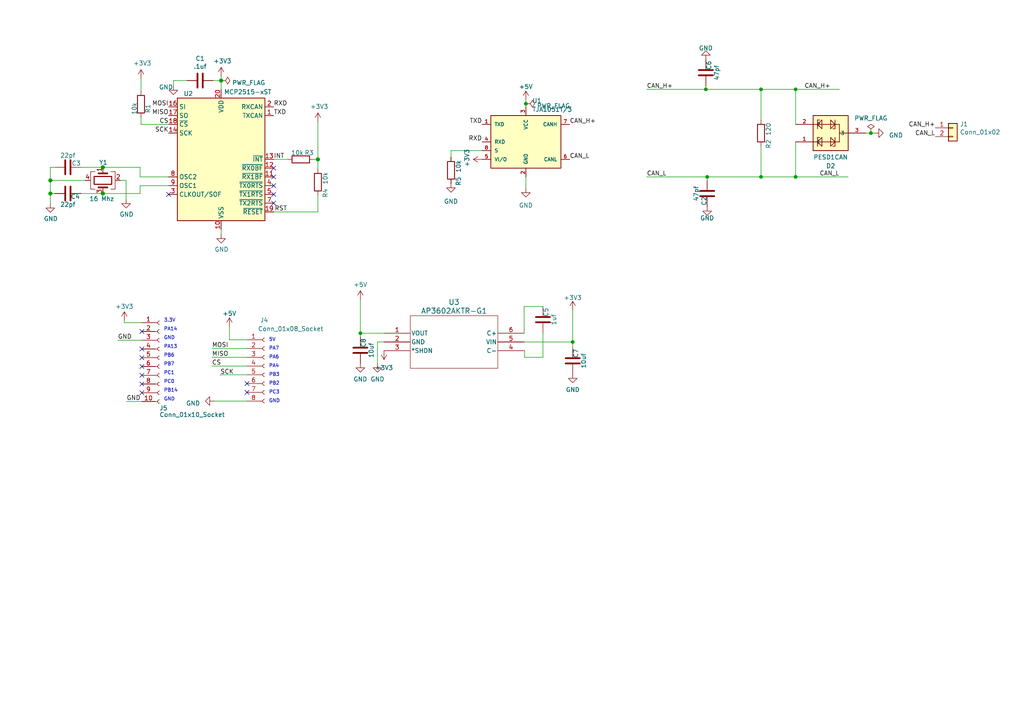
<source format=kicad_sch>
(kicad_sch (version 20230121) (generator eeschema)

  (uuid 6d4c1f58-527c-4281-ae08-39817909ce34)

  (paper "A4")

  (lib_symbols
    (symbol "2023-04-21_22-29-41:AP3602AKTR-G1" (pin_names (offset 0.254)) (in_bom yes) (on_board yes)
      (property "Reference" "U" (at 20.32 10.16 0)
        (effects (font (size 1.524 1.524)))
      )
      (property "Value" "AP3602AKTR-G1" (at 20.32 7.62 0)
        (effects (font (size 1.524 1.524)))
      )
      (property "Footprint" "SOT-23-6_DIO" (at 0 0 0)
        (effects (font (size 1.27 1.27) italic) hide)
      )
      (property "Datasheet" "AP3602AKTR-G1" (at 0 0 0)
        (effects (font (size 1.27 1.27) italic) hide)
      )
      (property "ki_locked" "" (at 0 0 0)
        (effects (font (size 1.27 1.27)))
      )
      (property "ki_keywords" "AP3602AKTR-G1" (at 0 0 0)
        (effects (font (size 1.27 1.27)) hide)
      )
      (property "ki_fp_filters" "SOT-23-6_DIO SOT-23-6_DIO-M SOT-23-6_DIO-L" (at 0 0 0)
        (effects (font (size 1.27 1.27)) hide)
      )
      (symbol "AP3602AKTR-G1_0_1"
        (polyline
          (pts
            (xy 7.62 -10.16)
            (xy 33.02 -10.16)
          )
          (stroke (width 0.127) (type default))
          (fill (type none))
        )
        (polyline
          (pts
            (xy 7.62 5.08)
            (xy 7.62 -10.16)
          )
          (stroke (width 0.127) (type default))
          (fill (type none))
        )
        (polyline
          (pts
            (xy 33.02 -10.16)
            (xy 33.02 5.08)
          )
          (stroke (width 0.127) (type default))
          (fill (type none))
        )
        (polyline
          (pts
            (xy 33.02 5.08)
            (xy 7.62 5.08)
          )
          (stroke (width 0.127) (type default))
          (fill (type none))
        )
        (pin output line (at 0 0 0) (length 7.62)
          (name "VOUT" (effects (font (size 1.27 1.27))))
          (number "1" (effects (font (size 1.27 1.27))))
        )
        (pin power_in line (at 0 -2.54 0) (length 7.62)
          (name "GND" (effects (font (size 1.27 1.27))))
          (number "2" (effects (font (size 1.27 1.27))))
        )
        (pin input line (at 0 -5.08 0) (length 7.62)
          (name "*SHDN" (effects (font (size 1.27 1.27))))
          (number "3" (effects (font (size 1.27 1.27))))
        )
        (pin bidirectional line (at 40.64 -5.08 180) (length 7.62)
          (name "C-" (effects (font (size 1.27 1.27))))
          (number "4" (effects (font (size 1.27 1.27))))
        )
        (pin input line (at 40.64 -2.54 180) (length 7.62)
          (name "VIN" (effects (font (size 1.27 1.27))))
          (number "5" (effects (font (size 1.27 1.27))))
        )
        (pin bidirectional line (at 40.64 0 180) (length 7.62)
          (name "C+" (effects (font (size 1.27 1.27))))
          (number "6" (effects (font (size 1.27 1.27))))
        )
      )
    )
    (symbol "CanBus-rescue:+3V3-power" (power) (pin_names (offset 0)) (in_bom yes) (on_board yes)
      (property "Reference" "#PWR" (at 0 -3.81 0)
        (effects (font (size 1.27 1.27)) hide)
      )
      (property "Value" "+3V3-power" (at 0 3.556 0)
        (effects (font (size 1.27 1.27)))
      )
      (property "Footprint" "" (at 0 0 0)
        (effects (font (size 1.27 1.27)) hide)
      )
      (property "Datasheet" "" (at 0 0 0)
        (effects (font (size 1.27 1.27)) hide)
      )
      (symbol "+3V3-power_0_1"
        (polyline
          (pts
            (xy -0.762 1.27)
            (xy 0 2.54)
          )
          (stroke (width 0) (type default))
          (fill (type none))
        )
        (polyline
          (pts
            (xy 0 0)
            (xy 0 2.54)
          )
          (stroke (width 0) (type default))
          (fill (type none))
        )
        (polyline
          (pts
            (xy 0 2.54)
            (xy 0.762 1.27)
          )
          (stroke (width 0) (type default))
          (fill (type none))
        )
      )
      (symbol "+3V3-power_1_1"
        (pin power_in line (at 0 0 90) (length 0) hide
          (name "+3V3" (effects (font (size 1.27 1.27))))
          (number "1" (effects (font (size 1.27 1.27))))
        )
      )
    )
    (symbol "CanBus-rescue:C-Device" (pin_numbers hide) (pin_names (offset 0.254)) (in_bom yes) (on_board yes)
      (property "Reference" "C" (at 0.635 2.54 0)
        (effects (font (size 1.27 1.27)) (justify left))
      )
      (property "Value" "C-Device" (at 0.635 -2.54 0)
        (effects (font (size 1.27 1.27)) (justify left))
      )
      (property "Footprint" "" (at 0.9652 -3.81 0)
        (effects (font (size 1.27 1.27)) hide)
      )
      (property "Datasheet" "" (at 0 0 0)
        (effects (font (size 1.27 1.27)) hide)
      )
      (property "ki_fp_filters" "C_*" (at 0 0 0)
        (effects (font (size 1.27 1.27)) hide)
      )
      (symbol "C-Device_0_1"
        (polyline
          (pts
            (xy -2.032 -0.762)
            (xy 2.032 -0.762)
          )
          (stroke (width 0.508) (type default))
          (fill (type none))
        )
        (polyline
          (pts
            (xy -2.032 0.762)
            (xy 2.032 0.762)
          )
          (stroke (width 0.508) (type default))
          (fill (type none))
        )
      )
      (symbol "C-Device_1_1"
        (pin passive line (at 0 3.81 270) (length 2.794)
          (name "~" (effects (font (size 1.27 1.27))))
          (number "1" (effects (font (size 1.27 1.27))))
        )
        (pin passive line (at 0 -3.81 90) (length 2.794)
          (name "~" (effects (font (size 1.27 1.27))))
          (number "2" (effects (font (size 1.27 1.27))))
        )
      )
    )
    (symbol "CanBus-rescue:Conn_01x02-Connector_Generic" (pin_names (offset 1.016) hide) (in_bom yes) (on_board yes)
      (property "Reference" "J" (at 0 2.54 0)
        (effects (font (size 1.27 1.27)))
      )
      (property "Value" "Conn_01x02-Connector_Generic" (at 0 -5.08 0)
        (effects (font (size 1.27 1.27)))
      )
      (property "Footprint" "" (at 0 0 0)
        (effects (font (size 1.27 1.27)) hide)
      )
      (property "Datasheet" "" (at 0 0 0)
        (effects (font (size 1.27 1.27)) hide)
      )
      (property "ki_fp_filters" "Connector*:*_1x??_*" (at 0 0 0)
        (effects (font (size 1.27 1.27)) hide)
      )
      (symbol "Conn_01x02-Connector_Generic_1_1"
        (rectangle (start -1.27 -2.413) (end 0 -2.667)
          (stroke (width 0.1524) (type default))
          (fill (type none))
        )
        (rectangle (start -1.27 0.127) (end 0 -0.127)
          (stroke (width 0.1524) (type default))
          (fill (type none))
        )
        (rectangle (start -1.27 1.27) (end 1.27 -3.81)
          (stroke (width 0.254) (type default))
          (fill (type background))
        )
        (pin passive line (at -5.08 0 0) (length 3.81)
          (name "Pin_1" (effects (font (size 1.27 1.27))))
          (number "1" (effects (font (size 1.27 1.27))))
        )
        (pin passive line (at -5.08 -2.54 0) (length 3.81)
          (name "Pin_2" (effects (font (size 1.27 1.27))))
          (number "2" (effects (font (size 1.27 1.27))))
        )
      )
    )
    (symbol "CanBus-rescue:Crystal_GND24-Device" (pin_names (offset 1.016) hide) (in_bom yes) (on_board yes)
      (property "Reference" "Y" (at 3.175 5.08 0)
        (effects (font (size 1.27 1.27)) (justify left))
      )
      (property "Value" "Crystal_GND24-Device" (at 3.175 3.175 0)
        (effects (font (size 1.27 1.27)) (justify left))
      )
      (property "Footprint" "" (at 0 0 0)
        (effects (font (size 1.27 1.27)) hide)
      )
      (property "Datasheet" "" (at 0 0 0)
        (effects (font (size 1.27 1.27)) hide)
      )
      (property "ki_fp_filters" "Crystal*" (at 0 0 0)
        (effects (font (size 1.27 1.27)) hide)
      )
      (symbol "Crystal_GND24-Device_0_1"
        (rectangle (start -1.143 2.54) (end 1.143 -2.54)
          (stroke (width 0.3048) (type default))
          (fill (type none))
        )
        (polyline
          (pts
            (xy -2.54 0)
            (xy -2.032 0)
          )
          (stroke (width 0) (type default))
          (fill (type none))
        )
        (polyline
          (pts
            (xy -2.032 -1.27)
            (xy -2.032 1.27)
          )
          (stroke (width 0.508) (type default))
          (fill (type none))
        )
        (polyline
          (pts
            (xy 0 -3.81)
            (xy 0 -3.556)
          )
          (stroke (width 0) (type default))
          (fill (type none))
        )
        (polyline
          (pts
            (xy 0 3.556)
            (xy 0 3.81)
          )
          (stroke (width 0) (type default))
          (fill (type none))
        )
        (polyline
          (pts
            (xy 2.032 -1.27)
            (xy 2.032 1.27)
          )
          (stroke (width 0.508) (type default))
          (fill (type none))
        )
        (polyline
          (pts
            (xy 2.032 0)
            (xy 2.54 0)
          )
          (stroke (width 0) (type default))
          (fill (type none))
        )
        (polyline
          (pts
            (xy -2.54 -2.286)
            (xy -2.54 -3.556)
            (xy 2.54 -3.556)
            (xy 2.54 -2.286)
          )
          (stroke (width 0) (type default))
          (fill (type none))
        )
        (polyline
          (pts
            (xy -2.54 2.286)
            (xy -2.54 3.556)
            (xy 2.54 3.556)
            (xy 2.54 2.286)
          )
          (stroke (width 0) (type default))
          (fill (type none))
        )
      )
      (symbol "Crystal_GND24-Device_1_1"
        (pin passive line (at -3.81 0 0) (length 1.27)
          (name "1" (effects (font (size 1.27 1.27))))
          (number "1" (effects (font (size 1.27 1.27))))
        )
        (pin passive line (at 0 5.08 270) (length 1.27)
          (name "2" (effects (font (size 1.27 1.27))))
          (number "2" (effects (font (size 1.27 1.27))))
        )
        (pin passive line (at 3.81 0 180) (length 1.27)
          (name "3" (effects (font (size 1.27 1.27))))
          (number "3" (effects (font (size 1.27 1.27))))
        )
        (pin passive line (at 0 -5.08 90) (length 1.27)
          (name "4" (effects (font (size 1.27 1.27))))
          (number "4" (effects (font (size 1.27 1.27))))
        )
      )
    )
    (symbol "CanBus-rescue:GND-power" (power) (pin_names (offset 0)) (in_bom yes) (on_board yes)
      (property "Reference" "#PWR" (at 0 -6.35 0)
        (effects (font (size 1.27 1.27)) hide)
      )
      (property "Value" "GND-power" (at 0 -3.81 0)
        (effects (font (size 1.27 1.27)))
      )
      (property "Footprint" "" (at 0 0 0)
        (effects (font (size 1.27 1.27)) hide)
      )
      (property "Datasheet" "" (at 0 0 0)
        (effects (font (size 1.27 1.27)) hide)
      )
      (symbol "GND-power_0_1"
        (polyline
          (pts
            (xy 0 0)
            (xy 0 -1.27)
            (xy 1.27 -1.27)
            (xy 0 -2.54)
            (xy -1.27 -1.27)
            (xy 0 -1.27)
          )
          (stroke (width 0) (type default))
          (fill (type none))
        )
      )
      (symbol "GND-power_1_1"
        (pin power_in line (at 0 0 270) (length 0) hide
          (name "GND" (effects (font (size 1.27 1.27))))
          (number "1" (effects (font (size 1.27 1.27))))
        )
      )
    )
    (symbol "CanBus-rescue:MCP2515-xST-Interface_CAN_LIN" (in_bom yes) (on_board yes)
      (property "Reference" "U" (at -10.16 19.685 0)
        (effects (font (size 1.27 1.27)) (justify right))
      )
      (property "Value" "MCP2515-xST-Interface_CAN_LIN" (at 19.05 20.32 0)
        (effects (font (size 1.27 1.27)) (justify right top))
      )
      (property "Footprint" "Package_SO:TSSOP-20_4.4x6.5mm_P0.65mm" (at 0 -22.86 0)
        (effects (font (size 1.27 1.27) italic) hide)
      )
      (property "Datasheet" "" (at 2.54 -20.32 0)
        (effects (font (size 1.27 1.27)) hide)
      )
      (property "ki_fp_filters" "TSSOP*" (at 0 0 0)
        (effects (font (size 1.27 1.27)) hide)
      )
      (symbol "MCP2515-xST-Interface_CAN_LIN_0_1"
        (rectangle (start -12.7 17.78) (end 12.7 -17.78)
          (stroke (width 0.254) (type default))
          (fill (type background))
        )
      )
      (symbol "MCP2515-xST-Interface_CAN_LIN_1_1"
        (pin output line (at 15.24 12.7 180) (length 2.54)
          (name "TXCAN" (effects (font (size 1.27 1.27))))
          (number "1" (effects (font (size 1.27 1.27))))
        )
        (pin power_in line (at 0 -20.32 90) (length 2.54)
          (name "VSS" (effects (font (size 1.27 1.27))))
          (number "10" (effects (font (size 1.27 1.27))))
        )
        (pin output line (at 15.24 -5.08 180) (length 2.54)
          (name "~{RX1BF}" (effects (font (size 1.27 1.27))))
          (number "11" (effects (font (size 1.27 1.27))))
        )
        (pin output line (at 15.24 -2.54 180) (length 2.54)
          (name "~{RX0BF}" (effects (font (size 1.27 1.27))))
          (number "12" (effects (font (size 1.27 1.27))))
        )
        (pin output line (at 15.24 0 180) (length 2.54)
          (name "~{INT}" (effects (font (size 1.27 1.27))))
          (number "13" (effects (font (size 1.27 1.27))))
        )
        (pin input line (at -15.24 7.62 0) (length 2.54)
          (name "SCK" (effects (font (size 1.27 1.27))))
          (number "14" (effects (font (size 1.27 1.27))))
        )
        (pin no_connect line (at -12.7 -2.54 0) (length 2.54) hide
          (name "NC" (effects (font (size 1.27 1.27))))
          (number "15" (effects (font (size 1.27 1.27))))
        )
        (pin input line (at -15.24 15.24 0) (length 2.54)
          (name "SI" (effects (font (size 1.27 1.27))))
          (number "16" (effects (font (size 1.27 1.27))))
        )
        (pin output line (at -15.24 12.7 0) (length 2.54)
          (name "SO" (effects (font (size 1.27 1.27))))
          (number "17" (effects (font (size 1.27 1.27))))
        )
        (pin input line (at -15.24 10.16 0) (length 2.54)
          (name "~{CS}" (effects (font (size 1.27 1.27))))
          (number "18" (effects (font (size 1.27 1.27))))
        )
        (pin input line (at 15.24 -15.24 180) (length 2.54)
          (name "~{RESET}" (effects (font (size 1.27 1.27))))
          (number "19" (effects (font (size 1.27 1.27))))
        )
        (pin input line (at 15.24 15.24 180) (length 2.54)
          (name "RXCAN" (effects (font (size 1.27 1.27))))
          (number "2" (effects (font (size 1.27 1.27))))
        )
        (pin power_in line (at 0 20.32 270) (length 2.54)
          (name "VDD" (effects (font (size 1.27 1.27))))
          (number "20" (effects (font (size 1.27 1.27))))
        )
        (pin output line (at -15.24 -10.16 0) (length 2.54)
          (name "CLKOUT/SOF" (effects (font (size 1.27 1.27))))
          (number "3" (effects (font (size 1.27 1.27))))
        )
        (pin input line (at 15.24 -7.62 180) (length 2.54)
          (name "~{TX0RTS}" (effects (font (size 1.27 1.27))))
          (number "4" (effects (font (size 1.27 1.27))))
        )
        (pin input line (at 15.24 -10.16 180) (length 2.54)
          (name "~{TX1RTS}" (effects (font (size 1.27 1.27))))
          (number "5" (effects (font (size 1.27 1.27))))
        )
        (pin no_connect line (at -12.7 0 0) (length 2.54) hide
          (name "NC" (effects (font (size 1.27 1.27))))
          (number "6" (effects (font (size 1.27 1.27))))
        )
        (pin input line (at 15.24 -12.7 180) (length 2.54)
          (name "~{TX2RTS}" (effects (font (size 1.27 1.27))))
          (number "7" (effects (font (size 1.27 1.27))))
        )
        (pin output line (at -15.24 -5.08 0) (length 2.54)
          (name "OSC2" (effects (font (size 1.27 1.27))))
          (number "8" (effects (font (size 1.27 1.27))))
        )
        (pin input line (at -15.24 -7.62 0) (length 2.54)
          (name "OSC1" (effects (font (size 1.27 1.27))))
          (number "9" (effects (font (size 1.27 1.27))))
        )
      )
    )
    (symbol "CanBus-rescue:R-Device" (pin_numbers hide) (pin_names (offset 0)) (in_bom yes) (on_board yes)
      (property "Reference" "R" (at 2.032 0 90)
        (effects (font (size 1.27 1.27)))
      )
      (property "Value" "R-Device" (at 0 0 90)
        (effects (font (size 1.27 1.27)))
      )
      (property "Footprint" "" (at -1.778 0 90)
        (effects (font (size 1.27 1.27)) hide)
      )
      (property "Datasheet" "" (at 0 0 0)
        (effects (font (size 1.27 1.27)) hide)
      )
      (property "ki_fp_filters" "R_*" (at 0 0 0)
        (effects (font (size 1.27 1.27)) hide)
      )
      (symbol "R-Device_0_1"
        (rectangle (start -1.016 -2.54) (end 1.016 2.54)
          (stroke (width 0.254) (type default))
          (fill (type none))
        )
      )
      (symbol "R-Device_1_1"
        (pin passive line (at 0 3.81 270) (length 1.27)
          (name "~" (effects (font (size 1.27 1.27))))
          (number "1" (effects (font (size 1.27 1.27))))
        )
        (pin passive line (at 0 -3.81 90) (length 1.27)
          (name "~" (effects (font (size 1.27 1.27))))
          (number "2" (effects (font (size 1.27 1.27))))
        )
      )
    )
    (symbol "Connector:Conn_01x08_Socket" (pin_names (offset 1.016) hide) (in_bom yes) (on_board yes)
      (property "Reference" "J" (at 0 10.16 0)
        (effects (font (size 1.27 1.27)))
      )
      (property "Value" "Conn_01x08_Socket" (at 0 -12.7 0)
        (effects (font (size 1.27 1.27)))
      )
      (property "Footprint" "" (at 0 0 0)
        (effects (font (size 1.27 1.27)) hide)
      )
      (property "Datasheet" "~" (at 0 0 0)
        (effects (font (size 1.27 1.27)) hide)
      )
      (property "ki_locked" "" (at 0 0 0)
        (effects (font (size 1.27 1.27)))
      )
      (property "ki_keywords" "connector" (at 0 0 0)
        (effects (font (size 1.27 1.27)) hide)
      )
      (property "ki_description" "Generic connector, single row, 01x08, script generated" (at 0 0 0)
        (effects (font (size 1.27 1.27)) hide)
      )
      (property "ki_fp_filters" "Connector*:*_1x??_*" (at 0 0 0)
        (effects (font (size 1.27 1.27)) hide)
      )
      (symbol "Conn_01x08_Socket_1_1"
        (arc (start 0 -9.652) (mid -0.5058 -10.16) (end 0 -10.668)
          (stroke (width 0.1524) (type default))
          (fill (type none))
        )
        (arc (start 0 -7.112) (mid -0.5058 -7.62) (end 0 -8.128)
          (stroke (width 0.1524) (type default))
          (fill (type none))
        )
        (arc (start 0 -4.572) (mid -0.5058 -5.08) (end 0 -5.588)
          (stroke (width 0.1524) (type default))
          (fill (type none))
        )
        (arc (start 0 -2.032) (mid -0.5058 -2.54) (end 0 -3.048)
          (stroke (width 0.1524) (type default))
          (fill (type none))
        )
        (polyline
          (pts
            (xy -1.27 -10.16)
            (xy -0.508 -10.16)
          )
          (stroke (width 0.1524) (type default))
          (fill (type none))
        )
        (polyline
          (pts
            (xy -1.27 -7.62)
            (xy -0.508 -7.62)
          )
          (stroke (width 0.1524) (type default))
          (fill (type none))
        )
        (polyline
          (pts
            (xy -1.27 -5.08)
            (xy -0.508 -5.08)
          )
          (stroke (width 0.1524) (type default))
          (fill (type none))
        )
        (polyline
          (pts
            (xy -1.27 -2.54)
            (xy -0.508 -2.54)
          )
          (stroke (width 0.1524) (type default))
          (fill (type none))
        )
        (polyline
          (pts
            (xy -1.27 0)
            (xy -0.508 0)
          )
          (stroke (width 0.1524) (type default))
          (fill (type none))
        )
        (polyline
          (pts
            (xy -1.27 2.54)
            (xy -0.508 2.54)
          )
          (stroke (width 0.1524) (type default))
          (fill (type none))
        )
        (polyline
          (pts
            (xy -1.27 5.08)
            (xy -0.508 5.08)
          )
          (stroke (width 0.1524) (type default))
          (fill (type none))
        )
        (polyline
          (pts
            (xy -1.27 7.62)
            (xy -0.508 7.62)
          )
          (stroke (width 0.1524) (type default))
          (fill (type none))
        )
        (arc (start 0 0.508) (mid -0.5058 0) (end 0 -0.508)
          (stroke (width 0.1524) (type default))
          (fill (type none))
        )
        (arc (start 0 3.048) (mid -0.5058 2.54) (end 0 2.032)
          (stroke (width 0.1524) (type default))
          (fill (type none))
        )
        (arc (start 0 5.588) (mid -0.5058 5.08) (end 0 4.572)
          (stroke (width 0.1524) (type default))
          (fill (type none))
        )
        (arc (start 0 8.128) (mid -0.5058 7.62) (end 0 7.112)
          (stroke (width 0.1524) (type default))
          (fill (type none))
        )
        (pin passive line (at -5.08 7.62 0) (length 3.81)
          (name "Pin_1" (effects (font (size 1.27 1.27))))
          (number "1" (effects (font (size 1.27 1.27))))
        )
        (pin passive line (at -5.08 5.08 0) (length 3.81)
          (name "Pin_2" (effects (font (size 1.27 1.27))))
          (number "2" (effects (font (size 1.27 1.27))))
        )
        (pin passive line (at -5.08 2.54 0) (length 3.81)
          (name "Pin_3" (effects (font (size 1.27 1.27))))
          (number "3" (effects (font (size 1.27 1.27))))
        )
        (pin passive line (at -5.08 0 0) (length 3.81)
          (name "Pin_4" (effects (font (size 1.27 1.27))))
          (number "4" (effects (font (size 1.27 1.27))))
        )
        (pin passive line (at -5.08 -2.54 0) (length 3.81)
          (name "Pin_5" (effects (font (size 1.27 1.27))))
          (number "5" (effects (font (size 1.27 1.27))))
        )
        (pin passive line (at -5.08 -5.08 0) (length 3.81)
          (name "Pin_6" (effects (font (size 1.27 1.27))))
          (number "6" (effects (font (size 1.27 1.27))))
        )
        (pin passive line (at -5.08 -7.62 0) (length 3.81)
          (name "Pin_7" (effects (font (size 1.27 1.27))))
          (number "7" (effects (font (size 1.27 1.27))))
        )
        (pin passive line (at -5.08 -10.16 0) (length 3.81)
          (name "Pin_8" (effects (font (size 1.27 1.27))))
          (number "8" (effects (font (size 1.27 1.27))))
        )
      )
    )
    (symbol "Connector:Conn_01x10_Socket" (pin_names (offset 1.016) hide) (in_bom yes) (on_board yes)
      (property "Reference" "J" (at 0 12.7 0)
        (effects (font (size 1.27 1.27)))
      )
      (property "Value" "Conn_01x10_Socket" (at 0 -15.24 0)
        (effects (font (size 1.27 1.27)))
      )
      (property "Footprint" "" (at 0 0 0)
        (effects (font (size 1.27 1.27)) hide)
      )
      (property "Datasheet" "~" (at 0 0 0)
        (effects (font (size 1.27 1.27)) hide)
      )
      (property "ki_locked" "" (at 0 0 0)
        (effects (font (size 1.27 1.27)))
      )
      (property "ki_keywords" "connector" (at 0 0 0)
        (effects (font (size 1.27 1.27)) hide)
      )
      (property "ki_description" "Generic connector, single row, 01x10, script generated" (at 0 0 0)
        (effects (font (size 1.27 1.27)) hide)
      )
      (property "ki_fp_filters" "Connector*:*_1x??_*" (at 0 0 0)
        (effects (font (size 1.27 1.27)) hide)
      )
      (symbol "Conn_01x10_Socket_1_1"
        (arc (start 0 -12.192) (mid -0.5058 -12.7) (end 0 -13.208)
          (stroke (width 0.1524) (type default))
          (fill (type none))
        )
        (arc (start 0 -9.652) (mid -0.5058 -10.16) (end 0 -10.668)
          (stroke (width 0.1524) (type default))
          (fill (type none))
        )
        (arc (start 0 -7.112) (mid -0.5058 -7.62) (end 0 -8.128)
          (stroke (width 0.1524) (type default))
          (fill (type none))
        )
        (arc (start 0 -4.572) (mid -0.5058 -5.08) (end 0 -5.588)
          (stroke (width 0.1524) (type default))
          (fill (type none))
        )
        (arc (start 0 -2.032) (mid -0.5058 -2.54) (end 0 -3.048)
          (stroke (width 0.1524) (type default))
          (fill (type none))
        )
        (polyline
          (pts
            (xy -1.27 -12.7)
            (xy -0.508 -12.7)
          )
          (stroke (width 0.1524) (type default))
          (fill (type none))
        )
        (polyline
          (pts
            (xy -1.27 -10.16)
            (xy -0.508 -10.16)
          )
          (stroke (width 0.1524) (type default))
          (fill (type none))
        )
        (polyline
          (pts
            (xy -1.27 -7.62)
            (xy -0.508 -7.62)
          )
          (stroke (width 0.1524) (type default))
          (fill (type none))
        )
        (polyline
          (pts
            (xy -1.27 -5.08)
            (xy -0.508 -5.08)
          )
          (stroke (width 0.1524) (type default))
          (fill (type none))
        )
        (polyline
          (pts
            (xy -1.27 -2.54)
            (xy -0.508 -2.54)
          )
          (stroke (width 0.1524) (type default))
          (fill (type none))
        )
        (polyline
          (pts
            (xy -1.27 0)
            (xy -0.508 0)
          )
          (stroke (width 0.1524) (type default))
          (fill (type none))
        )
        (polyline
          (pts
            (xy -1.27 2.54)
            (xy -0.508 2.54)
          )
          (stroke (width 0.1524) (type default))
          (fill (type none))
        )
        (polyline
          (pts
            (xy -1.27 5.08)
            (xy -0.508 5.08)
          )
          (stroke (width 0.1524) (type default))
          (fill (type none))
        )
        (polyline
          (pts
            (xy -1.27 7.62)
            (xy -0.508 7.62)
          )
          (stroke (width 0.1524) (type default))
          (fill (type none))
        )
        (polyline
          (pts
            (xy -1.27 10.16)
            (xy -0.508 10.16)
          )
          (stroke (width 0.1524) (type default))
          (fill (type none))
        )
        (arc (start 0 0.508) (mid -0.5058 0) (end 0 -0.508)
          (stroke (width 0.1524) (type default))
          (fill (type none))
        )
        (arc (start 0 3.048) (mid -0.5058 2.54) (end 0 2.032)
          (stroke (width 0.1524) (type default))
          (fill (type none))
        )
        (arc (start 0 5.588) (mid -0.5058 5.08) (end 0 4.572)
          (stroke (width 0.1524) (type default))
          (fill (type none))
        )
        (arc (start 0 8.128) (mid -0.5058 7.62) (end 0 7.112)
          (stroke (width 0.1524) (type default))
          (fill (type none))
        )
        (arc (start 0 10.668) (mid -0.5058 10.16) (end 0 9.652)
          (stroke (width 0.1524) (type default))
          (fill (type none))
        )
        (pin passive line (at -5.08 10.16 0) (length 3.81)
          (name "Pin_1" (effects (font (size 1.27 1.27))))
          (number "1" (effects (font (size 1.27 1.27))))
        )
        (pin passive line (at -5.08 -12.7 0) (length 3.81)
          (name "Pin_10" (effects (font (size 1.27 1.27))))
          (number "10" (effects (font (size 1.27 1.27))))
        )
        (pin passive line (at -5.08 7.62 0) (length 3.81)
          (name "Pin_2" (effects (font (size 1.27 1.27))))
          (number "2" (effects (font (size 1.27 1.27))))
        )
        (pin passive line (at -5.08 5.08 0) (length 3.81)
          (name "Pin_3" (effects (font (size 1.27 1.27))))
          (number "3" (effects (font (size 1.27 1.27))))
        )
        (pin passive line (at -5.08 2.54 0) (length 3.81)
          (name "Pin_4" (effects (font (size 1.27 1.27))))
          (number "4" (effects (font (size 1.27 1.27))))
        )
        (pin passive line (at -5.08 0 0) (length 3.81)
          (name "Pin_5" (effects (font (size 1.27 1.27))))
          (number "5" (effects (font (size 1.27 1.27))))
        )
        (pin passive line (at -5.08 -2.54 0) (length 3.81)
          (name "Pin_6" (effects (font (size 1.27 1.27))))
          (number "6" (effects (font (size 1.27 1.27))))
        )
        (pin passive line (at -5.08 -5.08 0) (length 3.81)
          (name "Pin_7" (effects (font (size 1.27 1.27))))
          (number "7" (effects (font (size 1.27 1.27))))
        )
        (pin passive line (at -5.08 -7.62 0) (length 3.81)
          (name "Pin_8" (effects (font (size 1.27 1.27))))
          (number "8" (effects (font (size 1.27 1.27))))
        )
        (pin passive line (at -5.08 -10.16 0) (length 3.81)
          (name "Pin_9" (effects (font (size 1.27 1.27))))
          (number "9" (effects (font (size 1.27 1.27))))
        )
      )
    )
    (symbol "PESD1CAN:PESD1CAN" (pin_names (offset 1.016)) (in_bom yes) (on_board yes)
      (property "Reference" "D" (at 0 11.4366 0)
        (effects (font (size 1.27 1.27)) (justify left bottom))
      )
      (property "Value" "PESD1CAN" (at 0 -2.542 0)
        (effects (font (size 1.27 1.27)) (justify left bottom))
      )
      (property "Footprint" "SOT23-3" (at 0 0 0)
        (effects (font (size 1.27 1.27)) (justify bottom) hide)
      )
      (property "Datasheet" "" (at 0 0 0)
        (effects (font (size 1.27 1.27)) hide)
      )
      (property "PROD_ID" "DIO-12501" (at 0 0 0)
        (effects (font (size 1.27 1.27)) (justify bottom) hide)
      )
      (symbol "PESD1CAN_0_0"
        (polyline
          (pts
            (xy 0 2.54)
            (xy 1.27 2.54)
          )
          (stroke (width 0.2032) (type default))
          (fill (type none))
        )
        (polyline
          (pts
            (xy 0 7.62)
            (xy 1.27 7.62)
          )
          (stroke (width 0.2032) (type default))
          (fill (type none))
        )
        (polyline
          (pts
            (xy 1.27 1.27)
            (xy 1.905 1.27)
          )
          (stroke (width 0.2032) (type default))
          (fill (type none))
        )
        (polyline
          (pts
            (xy 1.27 2.54)
            (xy 1.27 1.27)
          )
          (stroke (width 0.2032) (type default))
          (fill (type none))
        )
        (polyline
          (pts
            (xy 1.27 2.54)
            (xy 2.54 3.81)
          )
          (stroke (width 0.2032) (type default))
          (fill (type none))
        )
        (polyline
          (pts
            (xy 1.27 2.54)
            (xy 6.35 2.54)
          )
          (stroke (width 0.2032) (type default))
          (fill (type none))
        )
        (polyline
          (pts
            (xy 1.27 3.81)
            (xy 1.27 2.54)
          )
          (stroke (width 0.2032) (type default))
          (fill (type none))
        )
        (polyline
          (pts
            (xy 1.27 6.35)
            (xy 1.905 6.35)
          )
          (stroke (width 0.2032) (type default))
          (fill (type none))
        )
        (polyline
          (pts
            (xy 1.27 7.62)
            (xy 1.27 6.35)
          )
          (stroke (width 0.2032) (type default))
          (fill (type none))
        )
        (polyline
          (pts
            (xy 1.27 7.62)
            (xy 2.54 8.89)
          )
          (stroke (width 0.2032) (type default))
          (fill (type none))
        )
        (polyline
          (pts
            (xy 1.27 7.62)
            (xy 6.35 7.62)
          )
          (stroke (width 0.2032) (type default))
          (fill (type none))
        )
        (polyline
          (pts
            (xy 1.27 8.89)
            (xy 1.27 7.62)
          )
          (stroke (width 0.2032) (type default))
          (fill (type none))
        )
        (polyline
          (pts
            (xy 2.54 1.27)
            (xy 1.27 2.54)
          )
          (stroke (width 0.2032) (type default))
          (fill (type none))
        )
        (polyline
          (pts
            (xy 2.54 3.81)
            (xy 2.54 1.27)
          )
          (stroke (width 0.2032) (type default))
          (fill (type none))
        )
        (polyline
          (pts
            (xy 2.54 6.35)
            (xy 1.27 7.62)
          )
          (stroke (width 0.2032) (type default))
          (fill (type none))
        )
        (polyline
          (pts
            (xy 2.54 8.89)
            (xy 2.54 6.35)
          )
          (stroke (width 0.2032) (type default))
          (fill (type none))
        )
        (polyline
          (pts
            (xy 5.08 1.27)
            (xy 6.35 2.54)
          )
          (stroke (width 0.2032) (type default))
          (fill (type none))
        )
        (polyline
          (pts
            (xy 5.08 3.81)
            (xy 5.08 1.27)
          )
          (stroke (width 0.2032) (type default))
          (fill (type none))
        )
        (polyline
          (pts
            (xy 5.08 6.35)
            (xy 6.35 7.62)
          )
          (stroke (width 0.2032) (type default))
          (fill (type none))
        )
        (polyline
          (pts
            (xy 5.08 8.89)
            (xy 5.08 6.35)
          )
          (stroke (width 0.2032) (type default))
          (fill (type none))
        )
        (polyline
          (pts
            (xy 6.35 1.27)
            (xy 6.35 2.54)
          )
          (stroke (width 0.2032) (type default))
          (fill (type none))
        )
        (polyline
          (pts
            (xy 6.35 2.54)
            (xy 5.08 3.81)
          )
          (stroke (width 0.2032) (type default))
          (fill (type none))
        )
        (polyline
          (pts
            (xy 6.35 2.54)
            (xy 6.35 3.81)
          )
          (stroke (width 0.2032) (type default))
          (fill (type none))
        )
        (polyline
          (pts
            (xy 6.35 2.54)
            (xy 7.62 2.54)
          )
          (stroke (width 0.2032) (type default))
          (fill (type none))
        )
        (polyline
          (pts
            (xy 6.35 3.81)
            (xy 5.715 3.81)
          )
          (stroke (width 0.2032) (type default))
          (fill (type none))
        )
        (polyline
          (pts
            (xy 6.35 6.35)
            (xy 6.35 7.62)
          )
          (stroke (width 0.2032) (type default))
          (fill (type none))
        )
        (polyline
          (pts
            (xy 6.35 7.62)
            (xy 5.08 8.89)
          )
          (stroke (width 0.2032) (type default))
          (fill (type none))
        )
        (polyline
          (pts
            (xy 6.35 7.62)
            (xy 6.35 8.89)
          )
          (stroke (width 0.2032) (type default))
          (fill (type none))
        )
        (polyline
          (pts
            (xy 6.35 7.62)
            (xy 7.62 7.62)
          )
          (stroke (width 0.2032) (type default))
          (fill (type none))
        )
        (polyline
          (pts
            (xy 6.35 8.89)
            (xy 5.715 8.89)
          )
          (stroke (width 0.2032) (type default))
          (fill (type none))
        )
        (polyline
          (pts
            (xy 7.62 5.08)
            (xy 7.62 2.54)
          )
          (stroke (width 0.2032) (type default))
          (fill (type none))
        )
        (polyline
          (pts
            (xy 7.62 5.08)
            (xy 10.16 5.08)
          )
          (stroke (width 0.2032) (type default))
          (fill (type none))
        )
        (polyline
          (pts
            (xy 7.62 7.62)
            (xy 7.62 5.08)
          )
          (stroke (width 0.2032) (type default))
          (fill (type none))
        )
        (rectangle (start 0 0) (end 10.16 10.16)
          (stroke (width 0.254) (type default))
          (fill (type background))
        )
        (pin bidirectional line (at -5.08 7.62 0) (length 5.08)
          (name "1" (effects (font (size 1.016 1.016))))
          (number "1" (effects (font (size 1.016 1.016))))
        )
        (pin bidirectional line (at -5.08 2.54 0) (length 5.08)
          (name "2" (effects (font (size 1.016 1.016))))
          (number "2" (effects (font (size 1.016 1.016))))
        )
        (pin bidirectional line (at 15.24 5.08 180) (length 5.08)
          (name "3" (effects (font (size 1.016 1.016))))
          (number "3" (effects (font (size 1.016 1.016))))
        )
      )
    )
    (symbol "TJA1051T_3:TJA1051T{slash}3" (pin_names (offset 1.016)) (in_bom yes) (on_board yes)
      (property "Reference" "U" (at -10.16 10.16 0)
        (effects (font (size 1.27 1.27)) (justify left bottom))
      )
      (property "Value" "TJA1051T{slash}3" (at -10.16 -10.16 0)
        (effects (font (size 1.27 1.27)) (justify left bottom))
      )
      (property "Footprint" "SOT96-1" (at 0 0 0)
        (effects (font (size 1.27 1.27)) (justify bottom) hide)
      )
      (property "Datasheet" "" (at 0 0 0)
        (effects (font (size 1.27 1.27)) hide)
      )
      (symbol "TJA1051T{slash}3_0_0"
        (rectangle (start -10.16 -7.62) (end 10.16 7.62)
          (stroke (width 0.254) (type default))
          (fill (type background))
        )
        (pin output line (at -12.7 5.08 0) (length 2.54)
          (name "TXD" (effects (font (size 1.016 1.016))))
          (number "1" (effects (font (size 1.016 1.016))))
        )
        (pin bidirectional line (at 0 -10.16 90) (length 2.54)
          (name "GND" (effects (font (size 1.016 1.016))))
          (number "2" (effects (font (size 1.016 1.016))))
        )
        (pin bidirectional line (at 0 10.16 270) (length 2.54)
          (name "VCC" (effects (font (size 1.016 1.016))))
          (number "3" (effects (font (size 1.016 1.016))))
        )
        (pin bidirectional line (at -12.7 0 0) (length 2.54)
          (name "RXD" (effects (font (size 1.016 1.016))))
          (number "4" (effects (font (size 1.016 1.016))))
        )
        (pin passive line (at -12.7 -5.08 0) (length 2.54)
          (name "VI/O" (effects (font (size 1.016 1.016))))
          (number "5" (effects (font (size 1.016 1.016))))
        )
        (pin bidirectional line (at 12.7 -5.08 180) (length 2.54)
          (name "CANL" (effects (font (size 1.016 1.016))))
          (number "6" (effects (font (size 1.016 1.016))))
        )
        (pin bidirectional line (at 12.7 5.08 180) (length 2.54)
          (name "CANH" (effects (font (size 1.016 1.016))))
          (number "7" (effects (font (size 1.016 1.016))))
        )
        (pin power_in line (at -12.7 -2.54 0) (length 2.54)
          (name "S" (effects (font (size 1.016 1.016))))
          (number "8" (effects (font (size 1.016 1.016))))
        )
      )
    )
    (symbol "power:+3V3" (power) (pin_names (offset 0)) (in_bom yes) (on_board yes)
      (property "Reference" "#PWR" (at 0 -3.81 0)
        (effects (font (size 1.27 1.27)) hide)
      )
      (property "Value" "+3V3" (at 0 3.556 0)
        (effects (font (size 1.27 1.27)))
      )
      (property "Footprint" "" (at 0 0 0)
        (effects (font (size 1.27 1.27)) hide)
      )
      (property "Datasheet" "" (at 0 0 0)
        (effects (font (size 1.27 1.27)) hide)
      )
      (property "ki_keywords" "global power" (at 0 0 0)
        (effects (font (size 1.27 1.27)) hide)
      )
      (property "ki_description" "Power symbol creates a global label with name \"+3V3\"" (at 0 0 0)
        (effects (font (size 1.27 1.27)) hide)
      )
      (symbol "+3V3_0_1"
        (polyline
          (pts
            (xy -0.762 1.27)
            (xy 0 2.54)
          )
          (stroke (width 0) (type default))
          (fill (type none))
        )
        (polyline
          (pts
            (xy 0 0)
            (xy 0 2.54)
          )
          (stroke (width 0) (type default))
          (fill (type none))
        )
        (polyline
          (pts
            (xy 0 2.54)
            (xy 0.762 1.27)
          )
          (stroke (width 0) (type default))
          (fill (type none))
        )
      )
      (symbol "+3V3_1_1"
        (pin power_in line (at 0 0 90) (length 0) hide
          (name "+3V3" (effects (font (size 1.27 1.27))))
          (number "1" (effects (font (size 1.27 1.27))))
        )
      )
    )
    (symbol "power:+5V" (power) (pin_names (offset 0)) (in_bom yes) (on_board yes)
      (property "Reference" "#PWR" (at 0 -3.81 0)
        (effects (font (size 1.27 1.27)) hide)
      )
      (property "Value" "+5V" (at 0 3.556 0)
        (effects (font (size 1.27 1.27)))
      )
      (property "Footprint" "" (at 0 0 0)
        (effects (font (size 1.27 1.27)) hide)
      )
      (property "Datasheet" "" (at 0 0 0)
        (effects (font (size 1.27 1.27)) hide)
      )
      (property "ki_keywords" "global power" (at 0 0 0)
        (effects (font (size 1.27 1.27)) hide)
      )
      (property "ki_description" "Power symbol creates a global label with name \"+5V\"" (at 0 0 0)
        (effects (font (size 1.27 1.27)) hide)
      )
      (symbol "+5V_0_1"
        (polyline
          (pts
            (xy -0.762 1.27)
            (xy 0 2.54)
          )
          (stroke (width 0) (type default))
          (fill (type none))
        )
        (polyline
          (pts
            (xy 0 0)
            (xy 0 2.54)
          )
          (stroke (width 0) (type default))
          (fill (type none))
        )
        (polyline
          (pts
            (xy 0 2.54)
            (xy 0.762 1.27)
          )
          (stroke (width 0) (type default))
          (fill (type none))
        )
      )
      (symbol "+5V_1_1"
        (pin power_in line (at 0 0 90) (length 0) hide
          (name "+5V" (effects (font (size 1.27 1.27))))
          (number "1" (effects (font (size 1.27 1.27))))
        )
      )
    )
    (symbol "power:GND" (power) (pin_names (offset 0)) (in_bom yes) (on_board yes)
      (property "Reference" "#PWR" (at 0 -6.35 0)
        (effects (font (size 1.27 1.27)) hide)
      )
      (property "Value" "GND" (at 0 -3.81 0)
        (effects (font (size 1.27 1.27)))
      )
      (property "Footprint" "" (at 0 0 0)
        (effects (font (size 1.27 1.27)) hide)
      )
      (property "Datasheet" "" (at 0 0 0)
        (effects (font (size 1.27 1.27)) hide)
      )
      (property "ki_keywords" "global power" (at 0 0 0)
        (effects (font (size 1.27 1.27)) hide)
      )
      (property "ki_description" "Power symbol creates a global label with name \"GND\" , ground" (at 0 0 0)
        (effects (font (size 1.27 1.27)) hide)
      )
      (symbol "GND_0_1"
        (polyline
          (pts
            (xy 0 0)
            (xy 0 -1.27)
            (xy 1.27 -1.27)
            (xy 0 -2.54)
            (xy -1.27 -1.27)
            (xy 0 -1.27)
          )
          (stroke (width 0) (type default))
          (fill (type none))
        )
      )
      (symbol "GND_1_1"
        (pin power_in line (at 0 0 270) (length 0) hide
          (name "GND" (effects (font (size 1.27 1.27))))
          (number "1" (effects (font (size 1.27 1.27))))
        )
      )
    )
    (symbol "power:PWR_FLAG" (power) (pin_numbers hide) (pin_names (offset 0) hide) (in_bom yes) (on_board yes)
      (property "Reference" "#FLG" (at 0 1.905 0)
        (effects (font (size 1.27 1.27)) hide)
      )
      (property "Value" "PWR_FLAG" (at 0 3.81 0)
        (effects (font (size 1.27 1.27)))
      )
      (property "Footprint" "" (at 0 0 0)
        (effects (font (size 1.27 1.27)) hide)
      )
      (property "Datasheet" "~" (at 0 0 0)
        (effects (font (size 1.27 1.27)) hide)
      )
      (property "ki_keywords" "flag power" (at 0 0 0)
        (effects (font (size 1.27 1.27)) hide)
      )
      (property "ki_description" "Special symbol for telling ERC where power comes from" (at 0 0 0)
        (effects (font (size 1.27 1.27)) hide)
      )
      (symbol "PWR_FLAG_0_0"
        (pin power_out line (at 0 0 90) (length 0)
          (name "pwr" (effects (font (size 1.27 1.27))))
          (number "1" (effects (font (size 1.27 1.27))))
        )
      )
      (symbol "PWR_FLAG_0_1"
        (polyline
          (pts
            (xy 0 0)
            (xy 0 1.27)
            (xy -1.016 1.905)
            (xy 0 2.54)
            (xy 1.016 1.905)
            (xy 0 1.27)
          )
          (stroke (width 0) (type default))
          (fill (type none))
        )
      )
    )
  )


  (junction (at 230.759 25.908) (diameter 0) (color 0 0 0 0)
    (uuid 011eb86b-e55b-4f27-96ce-f79cff8923d9)
  )
  (junction (at 220.726 51.308) (diameter 0) (color 0 0 0 0)
    (uuid 0350294a-f3b0-4941-8a02-486eb214515e)
  )
  (junction (at 92.202 46.228) (diameter 1.016) (color 0 0 0 0)
    (uuid 13b2bfb2-f4c9-4ca8-96b7-016abe5d5833)
  )
  (junction (at 230.759 51.308) (diameter 0) (color 0 0 0 0)
    (uuid 2e45ea9c-c0d3-45bf-bed7-7e5f7aa3b340)
  )
  (junction (at 29.845 56.134) (diameter 1.016) (color 0 0 0 0)
    (uuid 50ed4272-aeda-4452-859b-2cef13d14ce2)
  )
  (junction (at 14.605 52.324) (diameter 1.016) (color 0 0 0 0)
    (uuid 5b08b195-1f44-45f1-a362-64782ee418e8)
  )
  (junction (at 166.116 99.187) (diameter 0) (color 0 0 0 0)
    (uuid 6964d0ac-b766-4aad-94bd-ed370561bab4)
  )
  (junction (at 152.527 30.099) (diameter 0) (color 0 0 0 0)
    (uuid 698f7b12-b924-467d-a95f-ef434c3428f8)
  )
  (junction (at 252.603 38.608) (diameter 0) (color 0 0 0 0)
    (uuid 7f7fe614-e869-4e35-b12b-66f44637e43f)
  )
  (junction (at 104.521 96.647) (diameter 0) (color 0 0 0 0)
    (uuid 867f9a25-2953-4277-857a-05de73b17d90)
  )
  (junction (at 205.105 51.308) (diameter 0) (color 0 0 0 0)
    (uuid 869d9958-03ef-4d2a-9c70-7b1487d8fc66)
  )
  (junction (at 64.135 23.368) (diameter 1.016) (color 0 0 0 0)
    (uuid 8cdbf6ba-3381-4d85-a40a-0f8412123ec6)
  )
  (junction (at 204.724 25.908) (diameter 0) (color 0 0 0 0)
    (uuid 8db3151c-504e-43e3-a166-03044ba20d14)
  )
  (junction (at 14.605 56.134) (diameter 1.016) (color 0 0 0 0)
    (uuid 973afa2d-0283-446a-80ef-60ed67663787)
  )
  (junction (at 220.726 25.908) (diameter 0) (color 0 0 0 0)
    (uuid a1646cb8-2a3e-4ad9-9190-4f6f1c2db889)
  )
  (junction (at 29.845 48.514) (diameter 1.016) (color 0 0 0 0)
    (uuid fa16b9a4-0512-4c90-9622-bfbd0f33d8fc)
  )

  (no_connect (at 41.148 111.379) (uuid 2e605fa7-9ed5-4334-bc13-7c9f863ef514))
  (no_connect (at 79.375 58.928) (uuid 3a7a2f52-369c-41b3-9065-31ae298fbc67))
  (no_connect (at 41.148 106.299) (uuid 47befc71-59ac-4cb2-add3-e485b413af74))
  (no_connect (at 41.148 103.759) (uuid 480bed25-0eb9-4e73-9a5b-b96bb22edb66))
  (no_connect (at 41.148 113.919) (uuid 53df6115-1cbc-4076-8fe9-be527afd20d0))
  (no_connect (at 79.375 51.308) (uuid 59904e54-c882-4879-8fe5-fbd226a2ca5c))
  (no_connect (at 41.148 101.219) (uuid 60a39f17-9c5f-4b6a-8189-233c8a6a91af))
  (no_connect (at 41.148 108.839) (uuid 644b6dc9-0ba0-46a2-adc1-845dfb2b079b))
  (no_connect (at 79.375 48.768) (uuid 69245ee3-38d9-4d8c-a45e-5cafa84948db))
  (no_connect (at 71.628 111.252) (uuid 79f45580-6a0c-40f5-924d-749669246825))
  (no_connect (at 79.375 53.848) (uuid 7d3a6588-8627-4618-9bff-fd19a28f2398))
  (no_connect (at 79.375 56.388) (uuid 91dacbba-1a58-4c3b-aec8-2a06efee2188))
  (no_connect (at 48.895 56.388) (uuid d59efb05-b822-4c0e-a939-79fc69e80fc8))
  (no_connect (at 71.628 113.792) (uuid d70677b8-abb0-4414-91f2-76005400a5a1))
  (no_connect (at 41.148 96.139) (uuid f51fc817-112f-4468-91e5-7a80d541329d))

  (wire (pts (xy 230.759 36.068) (xy 230.759 25.908))
    (stroke (width 0.1524) (type solid))
    (uuid 0232b078-ec6d-44f7-88e2-14d3233ad3a0)
  )
  (wire (pts (xy 205.105 51.308) (xy 205.105 52.324))
    (stroke (width 0) (type default))
    (uuid 0697772d-8201-4ac1-8abd-84cd9c393578)
  )
  (wire (pts (xy 152.019 88.9) (xy 152.019 96.647))
    (stroke (width 0) (type default))
    (uuid 08194265-ba70-43eb-83a8-0150a43733bf)
  )
  (wire (pts (xy 152.019 99.187) (xy 166.116 99.187))
    (stroke (width 0) (type default))
    (uuid 10134acb-ddef-4c85-8e0d-cf3f739d1736)
  )
  (wire (pts (xy 40.64 51.308) (xy 40.64 48.514))
    (stroke (width 0) (type solid))
    (uuid 12e29659-5b84-4c24-ab34-72c4a269f6c1)
  )
  (wire (pts (xy 40.64 56.134) (xy 40.64 53.848))
    (stroke (width 0) (type solid))
    (uuid 17726a9b-1bbb-4bba-be3e-31ef233d1b25)
  )
  (wire (pts (xy 152.527 51.308) (xy 152.527 54.61))
    (stroke (width 0) (type default))
    (uuid 1a284637-46d5-47e7-b749-1be0ee2a8908)
  )
  (wire (pts (xy 40.64 53.848) (xy 48.895 53.848))
    (stroke (width 0) (type solid))
    (uuid 2bded5ca-70ea-45a0-a4d1-d5ea1d4c9f32)
  )
  (wire (pts (xy 61.468 101.092) (xy 71.628 101.092))
    (stroke (width 0) (type default))
    (uuid 2bed10c0-a51c-4582-b907-64d6e2ce2737)
  )
  (wire (pts (xy 14.605 59.055) (xy 14.605 56.134))
    (stroke (width 0) (type solid))
    (uuid 2e71138b-9374-47c6-9c26-b1b0f1831b6a)
  )
  (wire (pts (xy 130.81 43.688) (xy 130.81 45.593))
    (stroke (width 0) (type default))
    (uuid 2ec94ab3-cec3-4fbd-8998-d15f2452f760)
  )
  (wire (pts (xy 79.375 61.468) (xy 92.202 61.468))
    (stroke (width 0) (type solid))
    (uuid 318eef13-3adb-47b6-99c6-52ff61886ca9)
  )
  (wire (pts (xy 71.628 108.712) (xy 63.881 108.712))
    (stroke (width 0) (type default))
    (uuid 345181c5-2262-415c-97c5-09df19592443)
  )
  (wire (pts (xy 92.202 46.228) (xy 92.202 49.022))
    (stroke (width 0) (type solid))
    (uuid 3c9694bf-fbfa-43fe-962b-5862a0c1c4b6)
  )
  (wire (pts (xy 50.292 23.368) (xy 54.229 23.368))
    (stroke (width 0) (type solid))
    (uuid 3e5a2e70-a8ff-4fe3-b209-bbf7877695da)
  )
  (wire (pts (xy 109.474 99.187) (xy 109.474 105.41))
    (stroke (width 0) (type default))
    (uuid 4074802c-43d1-4441-a63a-c9d0a0a53f24)
  )
  (wire (pts (xy 79.375 46.228) (xy 83.439 46.228))
    (stroke (width 0) (type solid))
    (uuid 435ebc01-75a8-43c9-a350-23b4ed6d9b29)
  )
  (wire (pts (xy 230.759 51.308) (xy 245.999 51.308))
    (stroke (width 0.1524) (type solid))
    (uuid 459896a1-2c9a-4d63-ba47-e2388e648730)
  )
  (wire (pts (xy 34.163 98.679) (xy 41.148 98.679))
    (stroke (width 0) (type default))
    (uuid 46ca7e75-2aac-4be7-8d70-fd0d02d39c22)
  )
  (wire (pts (xy 40.894 36.068) (xy 40.894 34.036))
    (stroke (width 0) (type solid))
    (uuid 477976a0-21d3-4912-b73b-1be16b18bd9a)
  )
  (wire (pts (xy 64.135 23.368) (xy 64.135 22.098))
    (stroke (width 0) (type solid))
    (uuid 4cacafd1-e673-4e26-8fa6-a09e68e5ca19)
  )
  (wire (pts (xy 104.521 96.647) (xy 104.521 97.79))
    (stroke (width 0) (type default))
    (uuid 55513fdb-612e-4767-a68d-d8eaa8837970)
  )
  (wire (pts (xy 15.875 56.134) (xy 14.605 56.134))
    (stroke (width 0) (type solid))
    (uuid 5e998149-2bff-4fe6-a9d4-39961e8f27c7)
  )
  (wire (pts (xy 36.068 93.599) (xy 36.068 92.964))
    (stroke (width 0) (type default))
    (uuid 60eeec60-a85e-49db-80b3-5398651ee9de)
  )
  (wire (pts (xy 220.726 51.308) (xy 230.759 51.308))
    (stroke (width 0.1524) (type solid))
    (uuid 6351ac3e-2e31-4de0-949b-f4e97eb81539)
  )
  (wire (pts (xy 252.603 38.608) (xy 251.079 38.608))
    (stroke (width 0) (type default))
    (uuid 659447a6-d274-4f8e-8ff3-fb7793d9d445)
  )
  (wire (pts (xy 91.059 46.228) (xy 92.202 46.228))
    (stroke (width 0) (type solid))
    (uuid 6c824ed5-f5ba-4a6e-8ad0-ea61d4f60908)
  )
  (wire (pts (xy 220.726 51.308) (xy 220.726 42.418))
    (stroke (width 0.1524) (type solid))
    (uuid 6d90390a-8723-4e9c-be40-22c5abbede9a)
  )
  (wire (pts (xy 220.726 25.908) (xy 220.726 34.798))
    (stroke (width 0) (type default))
    (uuid 6e2a0d59-939e-43db-a94f-58bacadc7477)
  )
  (wire (pts (xy 36.068 93.599) (xy 41.148 93.599))
    (stroke (width 0) (type default))
    (uuid 7380b168-caaa-4b69-8a3a-f997b7601472)
  )
  (wire (pts (xy 63.881 108.712) (xy 63.881 108.839))
    (stroke (width 0) (type default))
    (uuid 755c8dd3-ec88-44b9-8fe4-2f5b78932e8c)
  )
  (wire (pts (xy 152.527 28.956) (xy 152.527 30.099))
    (stroke (width 0) (type default))
    (uuid 7bed3924-51b2-4d04-ab20-35c85543d388)
  )
  (wire (pts (xy 152.019 101.727) (xy 152.146 101.727))
    (stroke (width 0) (type default))
    (uuid 7d2c2f7e-7362-45ba-81da-26591449e791)
  )
  (wire (pts (xy 23.495 48.514) (xy 29.845 48.514))
    (stroke (width 0) (type solid))
    (uuid 83aed03d-cc51-4b94-9d11-3f78ca04faa0)
  )
  (wire (pts (xy 187.579 51.308) (xy 205.105 51.308))
    (stroke (width 0.1524) (type solid))
    (uuid 84d1e3fb-31de-44e0-aec7-57696a3f5311)
  )
  (wire (pts (xy 253.619 38.608) (xy 252.603 38.608))
    (stroke (width 0) (type default))
    (uuid 865e5b79-3ff1-4a67-b3a4-0291bc8641cb)
  )
  (wire (pts (xy 220.726 25.908) (xy 230.759 25.908))
    (stroke (width 0.1524) (type solid))
    (uuid 87a37b93-fa10-4a46-8255-f84dd7a55670)
  )
  (wire (pts (xy 64.135 25.908) (xy 64.135 23.368))
    (stroke (width 0) (type solid))
    (uuid 88a9b02b-1aeb-41b9-847a-df404adfb7ef)
  )
  (wire (pts (xy 61.468 106.172) (xy 71.628 106.172))
    (stroke (width 0) (type default))
    (uuid 89b979cc-7ef7-465c-aabb-75b9925cb31c)
  )
  (wire (pts (xy 29.845 48.514) (xy 40.64 48.514))
    (stroke (width 0) (type solid))
    (uuid 8a7f4122-9075-4e43-a025-369371b46d5a)
  )
  (wire (pts (xy 61.468 103.632) (xy 71.628 103.632))
    (stroke (width 0) (type default))
    (uuid 8bb7dd9b-0ec0-48ed-b3d4-4d035717c6fc)
  )
  (wire (pts (xy 152.527 30.099) (xy 152.527 30.988))
    (stroke (width 0) (type default))
    (uuid 8ca73932-2e4a-428e-88ef-086bb1d2b84e)
  )
  (wire (pts (xy 152.146 101.727) (xy 152.146 103.632))
    (stroke (width 0) (type default))
    (uuid 8e795e82-1101-4f5d-b881-ed8250fb8d86)
  )
  (wire (pts (xy 92.202 35.306) (xy 92.202 46.228))
    (stroke (width 0) (type solid))
    (uuid 8fb04a41-0b67-46dd-8d08-a298241fe1fa)
  )
  (wire (pts (xy 157.48 103.632) (xy 157.48 96.52))
    (stroke (width 0) (type default))
    (uuid 9035b170-e118-491d-8557-c7372e27bb69)
  )
  (wire (pts (xy 139.827 43.688) (xy 130.81 43.688))
    (stroke (width 0) (type default))
    (uuid 90e391df-77a0-4b9d-a110-8c775750307d)
  )
  (wire (pts (xy 14.605 52.324) (xy 14.605 56.134))
    (stroke (width 0) (type solid))
    (uuid 9969a9a3-a4c4-44e5-8327-1a2d7c10c1d8)
  )
  (wire (pts (xy 111.379 96.647) (xy 104.521 96.647))
    (stroke (width 0) (type default))
    (uuid a255eca5-29b9-4508-9df3-71b773454c4f)
  )
  (wire (pts (xy 205.105 51.308) (xy 220.726 51.308))
    (stroke (width 0.1524) (type solid))
    (uuid a99d406b-0442-4180-83b5-52cf1034ff18)
  )
  (wire (pts (xy 204.724 24.892) (xy 204.724 25.908))
    (stroke (width 0) (type default))
    (uuid aa43d8d4-6fb3-49a8-b825-b3c8d8b0db69)
  )
  (wire (pts (xy 64.135 66.548) (xy 64.135 67.945))
    (stroke (width 0) (type solid))
    (uuid ae1a8c5a-3ebd-4ed2-a34a-258760ec3dbe)
  )
  (wire (pts (xy 230.759 25.908) (xy 243.459 25.908))
    (stroke (width 0.1524) (type solid))
    (uuid aece5b05-d13c-447d-b95d-e904c3e69b8f)
  )
  (wire (pts (xy 36.703 116.459) (xy 41.148 116.459))
    (stroke (width 0) (type default))
    (uuid b12ade31-9289-4c57-9c88-4d6bb3fd8427)
  )
  (wire (pts (xy 62.103 116.332) (xy 71.628 116.332))
    (stroke (width 0) (type default))
    (uuid b2b7cc1c-7d92-40e7-82c5-f8246d25ce91)
  )
  (wire (pts (xy 40.894 36.068) (xy 48.895 36.068))
    (stroke (width 0) (type solid))
    (uuid b3d4fda0-be24-4b4b-a37b-d362597a4716)
  )
  (wire (pts (xy 152.146 103.632) (xy 157.48 103.632))
    (stroke (width 0) (type default))
    (uuid b45e73ff-ae56-4c59-add2-ff90441de04e)
  )
  (wire (pts (xy 23.495 56.134) (xy 29.845 56.134))
    (stroke (width 0) (type solid))
    (uuid b706905d-53f2-4112-a030-383117dd5f90)
  )
  (wire (pts (xy 230.759 41.148) (xy 230.759 51.308))
    (stroke (width 0.1524) (type solid))
    (uuid b7d4ae79-db5d-460a-8187-a0212d1adbb9)
  )
  (wire (pts (xy 166.116 89.916) (xy 166.116 99.187))
    (stroke (width 0) (type default))
    (uuid ba5f8c8d-d591-4775-8849-2c2455908a8b)
  )
  (wire (pts (xy 40.894 26.416) (xy 40.894 22.733))
    (stroke (width 0) (type solid))
    (uuid ba9e5473-1c9f-4cc2-94d6-a85366c7b6c7)
  )
  (wire (pts (xy 187.579 25.908) (xy 204.724 25.908))
    (stroke (width 0.1524) (type solid))
    (uuid bdbca6c8-b965-4e31-a39a-d9d1e4d275a1)
  )
  (wire (pts (xy 92.202 61.468) (xy 92.202 56.642))
    (stroke (width 0) (type solid))
    (uuid be7fc40a-610b-40ca-8f10-6bd55e8f870f)
  )
  (wire (pts (xy 66.548 98.552) (xy 66.548 94.742))
    (stroke (width 0) (type default))
    (uuid c327c0e1-0a37-4832-952f-8f9a84dc6406)
  )
  (wire (pts (xy 50.292 24.892) (xy 50.292 23.368))
    (stroke (width 0) (type solid))
    (uuid c5e90bf7-a949-4024-bbe3-6c2378a46c58)
  )
  (wire (pts (xy 166.116 99.187) (xy 166.116 100.838))
    (stroke (width 0) (type default))
    (uuid c72cbd50-89b5-4757-98a2-2d17e9f5666d)
  )
  (wire (pts (xy 14.605 48.514) (xy 14.605 52.324))
    (stroke (width 0) (type solid))
    (uuid c9267d58-247d-405f-88c6-2bed02eb8b18)
  )
  (wire (pts (xy 157.48 88.9) (xy 152.019 88.9))
    (stroke (width 0) (type default))
    (uuid ca946442-863d-4c5b-81d7-0707fa570c75)
  )
  (wire (pts (xy 29.845 56.134) (xy 40.64 56.134))
    (stroke (width 0) (type solid))
    (uuid cb65bba0-8b97-4267-8ef8-2961c4b4b7c5)
  )
  (wire (pts (xy 36.576 52.324) (xy 36.576 57.785))
    (stroke (width 0) (type solid))
    (uuid d5be4069-e384-4b7e-8e9a-6432d54588a6)
  )
  (wire (pts (xy 104.521 86.868) (xy 104.521 96.647))
    (stroke (width 0) (type default))
    (uuid d5cbbc11-ae92-4317-9d99-68581a52f618)
  )
  (wire (pts (xy 34.925 52.324) (xy 36.576 52.324))
    (stroke (width 0) (type solid))
    (uuid d68a0abe-ead5-4200-b444-6ecbdfa703b2)
  )
  (wire (pts (xy 48.895 51.308) (xy 40.64 51.308))
    (stroke (width 0) (type solid))
    (uuid e8f61331-3091-4c97-a3f7-bec8e5e54985)
  )
  (wire (pts (xy 61.849 23.368) (xy 64.135 23.368))
    (stroke (width 0) (type solid))
    (uuid e90925b0-ec5a-4e2a-853e-005eace21d62)
  )
  (wire (pts (xy 71.628 98.552) (xy 66.548 98.552))
    (stroke (width 0) (type default))
    (uuid efcbb814-ad2e-4323-ad95-7e92f4d9d96f)
  )
  (wire (pts (xy 111.379 99.187) (xy 109.474 99.187))
    (stroke (width 0) (type default))
    (uuid f186c1f2-e318-414f-8107-b66396555f78)
  )
  (wire (pts (xy 204.724 25.908) (xy 220.726 25.908))
    (stroke (width 0.1524) (type solid))
    (uuid f2bcc71c-ee19-4635-9384-70180c334135)
  )
  (wire (pts (xy 24.765 52.324) (xy 14.605 52.324))
    (stroke (width 0) (type solid))
    (uuid f42c237c-ab5d-4943-ac50-8a9e071be779)
  )
  (wire (pts (xy 14.605 48.514) (xy 15.875 48.514))
    (stroke (width 0) (type solid))
    (uuid f766f12a-d3ec-4abc-aa91-9540d3222f48)
  )

  (text "PC1" (at 47.498 108.839 0)
    (effects (font (size 1 1)) (justify left bottom))
    (uuid 13fcb50d-d617-45fb-9826-71fa8b388356)
  )
  (text "PA7" (at 77.978 101.727 0)
    (effects (font (size 1 1)) (justify left bottom))
    (uuid 1f6c4e3a-f1b4-4396-af43-5a85274e4fd9)
  )
  (text "PB3" (at 77.978 109.347 0)
    (effects (font (size 1 1)) (justify left bottom))
    (uuid 2d7e5463-69cd-450d-b7a9-91df561506dc)
  )
  (text "5V" (at 77.978 99.187 0)
    (effects (font (size 1 1)) (justify left bottom))
    (uuid 5c50e88e-ef59-4ecf-8aa5-844b4e587c24)
  )
  (text "PB2" (at 77.978 111.887 0)
    (effects (font (size 1 1)) (justify left bottom))
    (uuid 60b86964-05d6-4f60-b44c-d4b8260c6b11)
  )
  (text "PB7" (at 47.498 106.299 0)
    (effects (font (size 1 1)) (justify left bottom))
    (uuid 61e5f27b-27e4-41b6-b6b2-bde7b1a7832c)
  )
  (text "PB14\n" (at 47.498 113.919 0)
    (effects (font (size 1 1)) (justify left bottom))
    (uuid 63164642-dead-4db6-928c-e22f5a45231e)
  )
  (text "PB6" (at 47.498 103.759 0)
    (effects (font (size 1 1)) (justify left bottom))
    (uuid 646cbd83-4707-43cd-8eb0-9e68f211b7e0)
  )
  (text "PC3" (at 77.978 114.427 0)
    (effects (font (size 1 1)) (justify left bottom))
    (uuid 713bd7ef-6916-4a7b-aa13-b22f33361140)
  )
  (text "PA13" (at 47.498 101.219 0)
    (effects (font (size 1 1)) (justify left bottom))
    (uuid 71698af6-a104-4d64-9405-8a3d46165956)
  )
  (text "GND" (at 47.498 98.679 0)
    (effects (font (size 1 1)) (justify left bottom))
    (uuid 92c07d17-dc8d-40ac-9381-e12f50c3b37d)
  )
  (text "PA14\n" (at 47.498 96.139 0)
    (effects (font (size 1 1)) (justify left bottom))
    (uuid ae626085-1b66-4d4f-90ad-8d155bb6f723)
  )
  (text "3.3V" (at 47.498 93.599 0)
    (effects (font (size 1 1)) (justify left bottom))
    (uuid af9496fb-6a9f-43b7-a388-d541628791d9)
  )
  (text "PA4" (at 77.978 106.807 0)
    (effects (font (size 1 1)) (justify left bottom))
    (uuid bb8dcb2a-da25-4541-91e3-3fdd3bfa7811)
  )
  (text "GND" (at 47.498 116.459 0)
    (effects (font (size 1 1)) (justify left bottom))
    (uuid c1ea7af1-346c-42e3-93d3-f04498d673a5)
  )
  (text "PC0" (at 47.498 111.379 0)
    (effects (font (size 1 1)) (justify left bottom))
    (uuid c7520e5c-601c-4311-b3fa-ed41cbb26ceb)
  )
  (text "PA6" (at 77.978 104.267 0)
    (effects (font (size 1 1)) (justify left bottom))
    (uuid f3c6be00-757e-4cd5-a06b-382d2cdc0673)
  )
  (text "GND" (at 77.978 116.967 0)
    (effects (font (size 1 1)) (justify left bottom))
    (uuid f569ea75-0a6d-401d-8d4b-404d007a3276)
  )

  (label "TXD" (at 79.375 33.528 0) (fields_autoplaced)
    (effects (font (size 1.27 1.27)) (justify left bottom))
    (uuid 1e492e96-a8f1-46dc-a8d2-480d17e261e2)
  )
  (label "GND" (at 36.703 116.459 0) (fields_autoplaced)
    (effects (font (size 1.27 1.27)) (justify left bottom))
    (uuid 34d4e0ed-f894-4927-a94e-e2cc2a0774d5)
  )
  (label "CAN_H+" (at 165.227 36.068 0) (fields_autoplaced)
    (effects (font (size 1.2446 1.2446)) (justify left bottom))
    (uuid 3794223d-3a76-4556-a08e-0acd2214878e)
  )
  (label "CAN_L" (at 243.459 51.308 180) (fields_autoplaced)
    (effects (font (size 1.2446 1.2446)) (justify right bottom))
    (uuid 39e24fe2-9ff8-4bb1-8e15-e4f7e07533c1)
  )
  (label "TXD" (at 139.827 36.068 180) (fields_autoplaced)
    (effects (font (size 1.27 1.27)) (justify right bottom))
    (uuid 3c3301ab-cd72-45c7-b38b-3bcc7da18cf6)
  )
  (label "CS" (at 61.468 106.172 0) (fields_autoplaced)
    (effects (font (size 1.27 1.27)) (justify left bottom))
    (uuid 4b9cbe02-551b-46a8-8f0f-c494df90d44a)
  )
  (label "RXD" (at 139.827 41.148 180) (fields_autoplaced)
    (effects (font (size 1.27 1.27)) (justify right bottom))
    (uuid 62184f37-10da-4b5d-b162-697e14513619)
  )
  (label "CS" (at 46.228 36.068 0) (fields_autoplaced)
    (effects (font (size 1.27 1.27)) (justify left bottom))
    (uuid 6244fa8c-125b-4bab-8b15-b6f094a31e50)
  )
  (label "MISO" (at 48.895 33.528 180) (fields_autoplaced)
    (effects (font (size 1.27 1.27)) (justify right bottom))
    (uuid 6a69f8b0-96bf-4bf8-89aa-45623f3a933c)
  )
  (label "CAN_L" (at 271.272 39.624 180) (fields_autoplaced)
    (effects (font (size 1.27 1.27)) (justify right bottom))
    (uuid 6da50b84-de41-404c-8138-4427b5c7cc8f)
  )
  (label "RST" (at 79.629 61.468 0) (fields_autoplaced)
    (effects (font (size 1.27 1.27)) (justify left bottom))
    (uuid 75380a26-6261-4ff1-8b92-fad1d2cae12f)
  )
  (label "SCK" (at 48.895 38.608 180) (fields_autoplaced)
    (effects (font (size 1.27 1.27)) (justify right bottom))
    (uuid 7a8df9cc-d4b1-46c8-ad77-3c0e41c5fbc8)
  )
  (label "CAN_H+" (at 187.579 25.908 0) (fields_autoplaced)
    (effects (font (size 1.2446 1.2446)) (justify left bottom))
    (uuid 7d4c5d5d-6809-4e25-9f8d-2d04ac81002b)
  )
  (label "CAN_L" (at 165.227 46.228 0) (fields_autoplaced)
    (effects (font (size 1.2446 1.2446)) (justify left bottom))
    (uuid 907af074-9003-43ce-b482-61881ba0d050)
  )
  (label "INT" (at 79.375 46.228 0) (fields_autoplaced)
    (effects (font (size 1.27 1.27)) (justify left bottom))
    (uuid 94343b6a-db08-4768-9261-ffc73253dbed)
  )
  (label "SCK" (at 63.881 108.839 0) (fields_autoplaced)
    (effects (font (size 1.27 1.27)) (justify left bottom))
    (uuid a3a9a95d-e43a-457a-b7f3-53c5bc6f5933)
  )
  (label "MOSI" (at 48.895 30.988 180) (fields_autoplaced)
    (effects (font (size 1.27 1.27)) (justify right bottom))
    (uuid acd2fb04-e3c5-4a08-be70-a19ff044ae24)
  )
  (label "CAN_L" (at 187.579 51.308 0) (fields_autoplaced)
    (effects (font (size 1.2446 1.2446)) (justify left bottom))
    (uuid b0c3643a-181e-498e-9b3c-4ee989242eec)
  )
  (label "MOSI" (at 61.468 101.092 0) (fields_autoplaced)
    (effects (font (size 1.27 1.27)) (justify left bottom))
    (uuid b9c5d1c6-6230-42ee-b3f0-630c95a5f975)
  )
  (label "MISO" (at 61.468 103.632 0) (fields_autoplaced)
    (effects (font (size 1.27 1.27)) (justify left bottom))
    (uuid ba3d1695-16f0-4c40-8dea-e8608ee31aee)
  )
  (label "GND" (at 34.163 98.679 0) (fields_autoplaced)
    (effects (font (size 1.27 1.27)) (justify left bottom))
    (uuid bfe898eb-8c05-41c0-9cc5-d4d68fb343b5)
  )
  (label "RXD" (at 79.375 30.988 0) (fields_autoplaced)
    (effects (font (size 1.27 1.27)) (justify left bottom))
    (uuid c6e63726-8bc8-48e5-8824-13f9ec41e06f)
  )
  (label "CAN_H+" (at 271.272 37.084 180) (fields_autoplaced)
    (effects (font (size 1.27 1.27)) (justify right bottom))
    (uuid cc8279f3-a0cb-4c80-8a29-0e9504d85b30)
  )
  (label "CAN_H+" (at 233.299 25.908 0) (fields_autoplaced)
    (effects (font (size 1.2446 1.2446)) (justify left bottom))
    (uuid d690a0c6-d7fe-43d3-89fe-9778d159c8c2)
  )

  (symbol (lib_id "CanBus-rescue:C-Device") (at 19.685 56.134 270) (unit 1)
    (in_bom yes) (on_board yes) (dnp no)
    (uuid 01f9afd1-afc2-473a-ac2f-3b7bcbefea1d)
    (property "Reference" "C4" (at 21.844 57.023 90)
      (effects (font (size 1.27 1.27)))
    )
    (property "Value" "22pf" (at 19.685 59.309 90)
      (effects (font (size 1.27 1.27)))
    )
    (property "Footprint" "Capacitor_SMD:C_0603_1608Metric_Pad1.08x0.95mm_HandSolder" (at 15.875 57.0992 0)
      (effects (font (size 1.27 1.27)) hide)
    )
    (property "Datasheet" "~" (at 19.685 56.134 0)
      (effects (font (size 1.27 1.27)) hide)
    )
    (property "#Manf" "06035A220JAT4A" (at 19.685 56.134 0)
      (effects (font (size 1.27 1.27)) hide)
    )
    (property "Manufactura" "Mouser" (at 19.685 56.134 0)
      (effects (font (size 1.27 1.27)) hide)
    )
    (pin "1" (uuid c1957429-4ec6-438b-8c5c-a4a8f37b6c7c))
    (pin "2" (uuid 89f87a0c-fcdf-4379-b48d-2ce311850c82))
    (instances
      (project "can bus"
        (path "/6d4c1f58-527c-4281-ae08-39817909ce34"
          (reference "C4") (unit 1)
        )
      )
      (project "CanBus"
        (path "/e31c67c6-b381-4f73-851f-c2ccc4a90762"
          (reference "C2") (unit 1)
        )
      )
    )
  )

  (symbol (lib_id "power:GND") (at 104.521 105.41 0) (unit 1)
    (in_bom yes) (on_board yes) (dnp no) (fields_autoplaced)
    (uuid 05716a11-9424-481e-8a91-2158a1e0b8c2)
    (property "Reference" "#PWR021" (at 104.521 111.76 0)
      (effects (font (size 1.27 1.27)) hide)
    )
    (property "Value" "GND" (at 104.521 109.982 0)
      (effects (font (size 1.27 1.27)))
    )
    (property "Footprint" "" (at 104.521 105.41 0)
      (effects (font (size 1.27 1.27)) hide)
    )
    (property "Datasheet" "" (at 104.521 105.41 0)
      (effects (font (size 1.27 1.27)) hide)
    )
    (pin "1" (uuid b01bad58-7591-405e-9fd0-782ef90f0f71))
    (instances
      (project "can bus"
        (path "/6d4c1f58-527c-4281-ae08-39817909ce34"
          (reference "#PWR021") (unit 1)
        )
      )
    )
  )

  (symbol (lib_id "CanBus-rescue:C-Device") (at 104.521 101.6 0) (unit 1)
    (in_bom yes) (on_board yes) (dnp no)
    (uuid 0687aaee-2775-40f1-b663-83ba4a16bd50)
    (property "Reference" "C8" (at 105.41 99.441 90)
      (effects (font (size 1.27 1.27)))
    )
    (property "Value" "10uf" (at 107.696 101.6 90)
      (effects (font (size 1.27 1.27)))
    )
    (property "Footprint" "Capacitor_SMD:C_0603_1608Metric_Pad1.08x0.95mm_HandSolder" (at 105.4862 105.41 0)
      (effects (font (size 1.27 1.27)) hide)
    )
    (property "Datasheet" "~" (at 104.521 101.6 0)
      (effects (font (size 1.27 1.27)) hide)
    )
    (property "#Manf" "06035A220JAT4A" (at 104.521 101.6 0)
      (effects (font (size 1.27 1.27)) hide)
    )
    (property "Manufactura" "Mouser" (at 104.521 101.6 0)
      (effects (font (size 1.27 1.27)) hide)
    )
    (pin "1" (uuid b3dee69d-0b08-4c1d-b12a-e6c818344c0d))
    (pin "2" (uuid b89675ca-17e6-4ee6-869b-7bcaeccc0bc2))
    (instances
      (project "can bus"
        (path "/6d4c1f58-527c-4281-ae08-39817909ce34"
          (reference "C8") (unit 1)
        )
      )
      (project "CanBus"
        (path "/e31c67c6-b381-4f73-851f-c2ccc4a90762"
          (reference "C2") (unit 1)
        )
      )
    )
  )

  (symbol (lib_id "CanBus-rescue:C-Device") (at 204.724 21.082 0) (unit 1)
    (in_bom yes) (on_board yes) (dnp no)
    (uuid 10b7dbdb-2c62-403e-866b-ebc467f8eb3c)
    (property "Reference" "C6" (at 205.613 18.923 90)
      (effects (font (size 1.27 1.27)))
    )
    (property "Value" "47pf" (at 207.899 21.082 90)
      (effects (font (size 1.27 1.27)))
    )
    (property "Footprint" "Capacitor_SMD:C_0603_1608Metric_Pad1.08x0.95mm_HandSolder" (at 205.6892 24.892 0)
      (effects (font (size 1.27 1.27)) hide)
    )
    (property "Datasheet" "~" (at 204.724 21.082 0)
      (effects (font (size 1.27 1.27)) hide)
    )
    (property "#Manf" "06035A220JAT4A" (at 204.724 21.082 0)
      (effects (font (size 1.27 1.27)) hide)
    )
    (property "Manufactura" "Mouser" (at 204.724 21.082 0)
      (effects (font (size 1.27 1.27)) hide)
    )
    (pin "1" (uuid 1346e584-2453-4b94-8c24-f692455fb180))
    (pin "2" (uuid 94d132a4-560b-406d-86f7-ee4c99ec8e52))
    (instances
      (project "can bus"
        (path "/6d4c1f58-527c-4281-ae08-39817909ce34"
          (reference "C6") (unit 1)
        )
      )
      (project "CanBus"
        (path "/e31c67c6-b381-4f73-851f-c2ccc4a90762"
          (reference "C2") (unit 1)
        )
      )
    )
  )

  (symbol (lib_id "CanBus-rescue:C-Device") (at 205.105 56.134 180) (unit 1)
    (in_bom yes) (on_board yes) (dnp no)
    (uuid 15661119-f609-4a48-9967-84e0097b8fe3)
    (property "Reference" "C2" (at 204.216 58.293 90)
      (effects (font (size 1.27 1.27)))
    )
    (property "Value" "47pf" (at 201.93 56.134 90)
      (effects (font (size 1.27 1.27)))
    )
    (property "Footprint" "Capacitor_SMD:C_0603_1608Metric_Pad1.08x0.95mm_HandSolder" (at 204.1398 52.324 0)
      (effects (font (size 1.27 1.27)) hide)
    )
    (property "Datasheet" "~" (at 205.105 56.134 0)
      (effects (font (size 1.27 1.27)) hide)
    )
    (property "#Manf" "06035A220JAT4A" (at 205.105 56.134 0)
      (effects (font (size 1.27 1.27)) hide)
    )
    (property "Manufactura" "Mouser" (at 205.105 56.134 0)
      (effects (font (size 1.27 1.27)) hide)
    )
    (pin "1" (uuid b65b131c-0610-4932-89c9-53a390325a39))
    (pin "2" (uuid dc4a3556-aae9-4194-8adf-94e195b6ac7d))
    (instances
      (project "can bus"
        (path "/6d4c1f58-527c-4281-ae08-39817909ce34"
          (reference "C2") (unit 1)
        )
      )
      (project "CanBus"
        (path "/e31c67c6-b381-4f73-851f-c2ccc4a90762"
          (reference "C2") (unit 1)
        )
      )
    )
  )

  (symbol (lib_id "power:+3V3") (at 36.068 92.964 0) (unit 1)
    (in_bom yes) (on_board yes) (dnp no) (fields_autoplaced)
    (uuid 16f214cc-5d93-4f67-834f-a218ec4fa55d)
    (property "Reference" "#PWR017" (at 36.068 96.774 0)
      (effects (font (size 1.27 1.27)) hide)
    )
    (property "Value" "+3V3" (at 36.068 88.9 0)
      (effects (font (size 1.27 1.27)))
    )
    (property "Footprint" "" (at 36.068 92.964 0)
      (effects (font (size 1.27 1.27)) hide)
    )
    (property "Datasheet" "" (at 36.068 92.964 0)
      (effects (font (size 1.27 1.27)) hide)
    )
    (pin "1" (uuid a48934e0-cbd4-45cf-84e4-55a8b7617371))
    (instances
      (project "can bus"
        (path "/6d4c1f58-527c-4281-ae08-39817909ce34"
          (reference "#PWR017") (unit 1)
        )
      )
    )
  )

  (symbol (lib_id "power:GND") (at 205.105 59.944 0) (unit 1)
    (in_bom yes) (on_board yes) (dnp no) (fields_autoplaced)
    (uuid 19fa9598-f239-4d98-9185-f1138108a2d4)
    (property "Reference" "#PWR014" (at 205.105 66.294 0)
      (effects (font (size 1.27 1.27)) hide)
    )
    (property "Value" "GND" (at 205.105 63.246 0)
      (effects (font (size 1.27 1.27)))
    )
    (property "Footprint" "" (at 205.105 59.944 0)
      (effects (font (size 1.27 1.27)) hide)
    )
    (property "Datasheet" "" (at 205.105 59.944 0)
      (effects (font (size 1.27 1.27)) hide)
    )
    (pin "1" (uuid 9909b2a2-9d9e-4056-8783-40965299e5de))
    (instances
      (project "can bus"
        (path "/6d4c1f58-527c-4281-ae08-39817909ce34"
          (reference "#PWR014") (unit 1)
        )
      )
    )
  )

  (symbol (lib_id "CanBus-rescue:C-Device") (at 166.116 104.648 0) (unit 1)
    (in_bom yes) (on_board yes) (dnp no)
    (uuid 1a0ec5dd-396f-4738-87c6-bcc48d47dc12)
    (property "Reference" "C7" (at 167.005 102.489 90)
      (effects (font (size 1.27 1.27)))
    )
    (property "Value" "10uf" (at 169.291 104.648 90)
      (effects (font (size 1.27 1.27)))
    )
    (property "Footprint" "Capacitor_SMD:C_0603_1608Metric_Pad1.08x0.95mm_HandSolder" (at 167.0812 108.458 0)
      (effects (font (size 1.27 1.27)) hide)
    )
    (property "Datasheet" "~" (at 166.116 104.648 0)
      (effects (font (size 1.27 1.27)) hide)
    )
    (property "#Manf" "06035A220JAT4A" (at 166.116 104.648 0)
      (effects (font (size 1.27 1.27)) hide)
    )
    (property "Manufactura" "Mouser" (at 166.116 104.648 0)
      (effects (font (size 1.27 1.27)) hide)
    )
    (pin "1" (uuid 413ec2f9-d414-459e-bda7-64883edc25a5))
    (pin "2" (uuid a587220f-bb2f-482b-bd13-cd8a10a5c48f))
    (instances
      (project "can bus"
        (path "/6d4c1f58-527c-4281-ae08-39817909ce34"
          (reference "C7") (unit 1)
        )
      )
      (project "CanBus"
        (path "/e31c67c6-b381-4f73-851f-c2ccc4a90762"
          (reference "C2") (unit 1)
        )
      )
    )
  )

  (symbol (lib_id "CanBus-rescue:GND-power") (at 50.292 24.892 0) (unit 1)
    (in_bom yes) (on_board yes) (dnp no)
    (uuid 215fd321-d53e-461a-8c6b-16fb3ecb1e8d)
    (property "Reference" "#PWR03" (at 50.292 31.242 0)
      (effects (font (size 1.27 1.27)) hide)
    )
    (property "Value" "GND" (at 48.133 25.273 0)
      (effects (font (size 1.27 1.27)))
    )
    (property "Footprint" "" (at 50.292 24.892 0)
      (effects (font (size 1.27 1.27)) hide)
    )
    (property "Datasheet" "" (at 50.292 24.892 0)
      (effects (font (size 1.27 1.27)) hide)
    )
    (pin "1" (uuid 7ef189a7-147a-4a3b-9869-95ca0482b295))
    (instances
      (project "can bus"
        (path "/6d4c1f58-527c-4281-ae08-39817909ce34"
          (reference "#PWR03") (unit 1)
        )
      )
      (project "CanBus"
        (path "/e31c67c6-b381-4f73-851f-c2ccc4a90762"
          (reference "#PWR0102") (unit 1)
        )
      )
    )
  )

  (symbol (lib_id "CanBus-rescue:R-Device") (at 130.81 49.403 180) (unit 1)
    (in_bom yes) (on_board yes) (dnp no)
    (uuid 250b04ce-07d5-4ed9-af56-0e15e0442cae)
    (property "Reference" "R5" (at 132.969 52.578 90)
      (effects (font (size 1.27 1.27)))
    )
    (property "Value" "10k" (at 132.969 48.26 90)
      (effects (font (size 1.27 1.27)))
    )
    (property "Footprint" "Resistor_SMD:R_0603_1608Metric_Pad0.98x0.95mm_HandSolder" (at 132.588 49.403 90)
      (effects (font (size 1.27 1.27)) hide)
    )
    (property "Datasheet" "~" (at 130.81 49.403 0)
      (effects (font (size 1.27 1.27)) hide)
    )
    (property "#Manf" "CRCW080510K0FKEAC" (at 130.81 49.403 0)
      (effects (font (size 1.27 1.27)) hide)
    )
    (property "Manufactura" "Mouser" (at 130.81 49.403 0)
      (effects (font (size 1.27 1.27)) hide)
    )
    (pin "1" (uuid 76d9f24d-56f9-4e66-80db-3f8c00564613))
    (pin "2" (uuid 03daa47d-dd4d-4066-8a61-bf21942989a0))
    (instances
      (project "can bus"
        (path "/6d4c1f58-527c-4281-ae08-39817909ce34"
          (reference "R5") (unit 1)
        )
      )
      (project "CanBus"
        (path "/e31c67c6-b381-4f73-851f-c2ccc4a90762"
          (reference "R3") (unit 1)
        )
      )
    )
  )

  (symbol (lib_id "power:GND") (at 62.103 116.332 270) (unit 1)
    (in_bom yes) (on_board yes) (dnp no) (fields_autoplaced)
    (uuid 2bc2c66c-a95f-4227-8e58-efb40e6d056a)
    (property "Reference" "#PWR06" (at 55.753 116.332 0)
      (effects (font (size 1.27 1.27)) hide)
    )
    (property "Value" "GND" (at 58.039 116.967 90)
      (effects (font (size 1.27 1.27)) (justify right))
    )
    (property "Footprint" "" (at 62.103 116.332 0)
      (effects (font (size 1.27 1.27)) hide)
    )
    (property "Datasheet" "" (at 62.103 116.332 0)
      (effects (font (size 1.27 1.27)) hide)
    )
    (pin "1" (uuid c05507d0-f58a-4aec-8860-d17c9a9bc5ea))
    (instances
      (project "Flipper_UWB"
        (path "/250e14ef-3436-4bf2-8d4e-c0bb14da8bba"
          (reference "#PWR06") (unit 1)
        )
      )
      (project "can bus"
        (path "/6d4c1f58-527c-4281-ae08-39817909ce34"
          (reference "#PWR012") (unit 1)
        )
      )
    )
  )

  (symbol (lib_id "CanBus-rescue:R-Device") (at 87.249 46.228 270) (unit 1)
    (in_bom yes) (on_board yes) (dnp no)
    (uuid 31d6f830-dd3f-440c-b2d6-e026bf91c388)
    (property "Reference" "R3" (at 89.662 44.323 90)
      (effects (font (size 1.27 1.27)))
    )
    (property "Value" "10k" (at 86.233 44.323 90)
      (effects (font (size 1.27 1.27)))
    )
    (property "Footprint" "Resistor_SMD:R_0603_1608Metric_Pad0.98x0.95mm_HandSolder" (at 87.249 44.45 90)
      (effects (font (size 1.27 1.27)) hide)
    )
    (property "Datasheet" "~" (at 87.249 46.228 0)
      (effects (font (size 1.27 1.27)) hide)
    )
    (property "#Manf" "CRCW080510K0FKEAC" (at 87.249 46.228 0)
      (effects (font (size 1.27 1.27)) hide)
    )
    (property "Manufactura" "Mouser" (at 87.249 46.228 0)
      (effects (font (size 1.27 1.27)) hide)
    )
    (pin "1" (uuid ec593baa-04b5-4729-b0bc-340316736404))
    (pin "2" (uuid 255ec4ba-1d7d-4d73-842a-abad75f2f69e))
    (instances
      (project "can bus"
        (path "/6d4c1f58-527c-4281-ae08-39817909ce34"
          (reference "R3") (unit 1)
        )
      )
      (project "CanBus"
        (path "/e31c67c6-b381-4f73-851f-c2ccc4a90762"
          (reference "R2") (unit 1)
        )
      )
    )
  )

  (symbol (lib_id "CanBus-rescue:Crystal_GND24-Device") (at 29.845 52.324 270) (unit 1)
    (in_bom yes) (on_board yes) (dnp no)
    (uuid 34ee019d-8d10-424e-989d-c9afae264666)
    (property "Reference" "Y1" (at 28.702 47.117 90)
      (effects (font (size 1.27 1.27)) (justify left))
    )
    (property "Value" "16 Mhz" (at 25.908 57.658 90)
      (effects (font (size 1.27 1.27)) (justify left))
    )
    (property "Footprint" "Crystal:Crystal_SMD_2016-4Pin_2.0x1.6mm" (at 29.845 52.324 0)
      (effects (font (size 1.27 1.27)) hide)
    )
    (property "Datasheet" "https://datasheet.lcsc.com/szlcsc/1912111437_HELE-Harmony-Elec-X2C016000B91H-R_C254270.pdf" (at 29.845 52.324 0)
      (effects (font (size 1.27 1.27)) hide)
    )
    (property "#Manf" "	X2C016000B91H-R" (at 29.845 52.324 90)
      (effects (font (size 1.27 1.27)) hide)
    )
    (property "Manufactura" "LCSC" (at 29.845 52.324 0)
      (effects (font (size 1.27 1.27)) hide)
    )
    (property "#LCSC" "C254270" (at 29.845 52.324 0)
      (effects (font (size 1.27 1.27)) hide)
    )
    (pin "1" (uuid e9de1f4c-7fe5-466e-948e-d88cb1cced65))
    (pin "2" (uuid ac81fece-1792-4791-afef-58834c691b41))
    (pin "3" (uuid 9fa6b87f-1be7-4f11-9c4c-8048690a93fa))
    (pin "4" (uuid 9d90c6e6-d13b-40d4-9b94-4e18b8999fd5))
    (instances
      (project "can bus"
        (path "/6d4c1f58-527c-4281-ae08-39817909ce34"
          (reference "Y1") (unit 1)
        )
      )
      (project "CanBus"
        (path "/e31c67c6-b381-4f73-851f-c2ccc4a90762"
          (reference "Y1") (unit 1)
        )
      )
    )
  )

  (symbol (lib_id "CanBus-rescue:+3V3-power") (at 139.827 46.228 90) (unit 1)
    (in_bom yes) (on_board yes) (dnp no)
    (uuid 3aaa7979-45fe-41b6-870c-1b3d11fdc2aa)
    (property "Reference" "#PWR06" (at 143.637 46.228 0)
      (effects (font (size 1.27 1.27)) hide)
    )
    (property "Value" "+3V3" (at 135.4328 45.847 0)
      (effects (font (size 1.27 1.27)))
    )
    (property "Footprint" "" (at 139.827 46.228 0)
      (effects (font (size 1.27 1.27)) hide)
    )
    (property "Datasheet" "" (at 139.827 46.228 0)
      (effects (font (size 1.27 1.27)) hide)
    )
    (pin "1" (uuid 4844d049-8408-4a14-a4cc-3c485d4d18df))
    (instances
      (project "can bus"
        (path "/6d4c1f58-527c-4281-ae08-39817909ce34"
          (reference "#PWR06") (unit 1)
        )
      )
      (project "CanBus"
        (path "/e31c67c6-b381-4f73-851f-c2ccc4a90762"
          (reference "#PWR08") (unit 1)
        )
      )
    )
  )

  (symbol (lib_id "CanBus-rescue:R-Device") (at 220.726 38.608 180) (unit 1)
    (in_bom yes) (on_board yes) (dnp no)
    (uuid 425cc27f-804d-4d79-9225-84148f319dee)
    (property "Reference" "R2" (at 222.885 41.783 90)
      (effects (font (size 1.27 1.27)))
    )
    (property "Value" "120" (at 222.885 37.465 90)
      (effects (font (size 1.27 1.27)))
    )
    (property "Footprint" "Resistor_SMD:R_0603_1608Metric_Pad0.98x0.95mm_HandSolder" (at 222.504 38.608 90)
      (effects (font (size 1.27 1.27)) hide)
    )
    (property "Datasheet" "~" (at 220.726 38.608 0)
      (effects (font (size 1.27 1.27)) hide)
    )
    (property "#Manf" "CRCW080510K0FKEAC" (at 220.726 38.608 0)
      (effects (font (size 1.27 1.27)) hide)
    )
    (property "Manufactura" "Mouser" (at 220.726 38.608 0)
      (effects (font (size 1.27 1.27)) hide)
    )
    (pin "1" (uuid dae031ed-a9c9-4a43-b786-ba1283fe0a1a))
    (pin "2" (uuid 7749e9df-5379-4401-bbf4-c6fcb9bf060c))
    (instances
      (project "can bus"
        (path "/6d4c1f58-527c-4281-ae08-39817909ce34"
          (reference "R2") (unit 1)
        )
      )
      (project "CanBus"
        (path "/e31c67c6-b381-4f73-851f-c2ccc4a90762"
          (reference "R3") (unit 1)
        )
      )
    )
  )

  (symbol (lib_id "2023-04-21_22-29-41:AP3602AKTR-G1") (at 111.379 96.647 0) (unit 1)
    (in_bom yes) (on_board yes) (dnp no) (fields_autoplaced)
    (uuid 476cc01b-fcb3-4fc1-89ae-5091fce413ab)
    (property "Reference" "U3" (at 131.699 87.63 0)
      (effects (font (size 1.524 1.524)))
    )
    (property "Value" "AP3602AKTR-G1" (at 131.699 90.17 0)
      (effects (font (size 1.524 1.524)))
    )
    (property "Footprint" "footprints:SOT-23-6_DIO" (at 111.379 96.647 0)
      (effects (font (size 1.27 1.27) italic) hide)
    )
    (property "Datasheet" "AP3602AKTR-G1" (at 111.379 96.647 0)
      (effects (font (size 1.27 1.27) italic) hide)
    )
    (pin "1" (uuid c74b4552-c678-4270-9700-4be00f75edbf))
    (pin "2" (uuid 02b12586-3e3f-47d1-82b5-5ace8f1e6fbb))
    (pin "3" (uuid 55f96c68-db55-4bb3-88c8-c067aafc2b88))
    (pin "4" (uuid 162f3f5d-0893-4249-b071-d427e25c2a15))
    (pin "5" (uuid e946c5ec-9cee-4051-af2c-586b646c3baf))
    (pin "6" (uuid 21d66a8b-3a20-43ba-924e-ed76f9e68140))
    (instances
      (project "can bus"
        (path "/6d4c1f58-527c-4281-ae08-39817909ce34"
          (reference "U3") (unit 1)
        )
      )
    )
  )

  (symbol (lib_id "CanBus-rescue:R-Device") (at 92.202 52.832 180) (unit 1)
    (in_bom yes) (on_board yes) (dnp no)
    (uuid 4f5d8ad1-b4ee-42d4-8382-1870f90cc703)
    (property "Reference" "R4" (at 94.361 56.007 90)
      (effects (font (size 1.27 1.27)))
    )
    (property "Value" "10k" (at 94.361 51.689 90)
      (effects (font (size 1.27 1.27)))
    )
    (property "Footprint" "Resistor_SMD:R_0603_1608Metric_Pad0.98x0.95mm_HandSolder" (at 93.98 52.832 90)
      (effects (font (size 1.27 1.27)) hide)
    )
    (property "Datasheet" "~" (at 92.202 52.832 0)
      (effects (font (size 1.27 1.27)) hide)
    )
    (property "#Manf" "CRCW080510K0FKEAC" (at 92.202 52.832 0)
      (effects (font (size 1.27 1.27)) hide)
    )
    (property "Manufactura" "Mouser" (at 92.202 52.832 0)
      (effects (font (size 1.27 1.27)) hide)
    )
    (pin "1" (uuid 7da631b1-b6d6-47b1-962a-7008b464c1e5))
    (pin "2" (uuid 8b8baab5-df12-4ec3-8dc7-7f0ba96f2709))
    (instances
      (project "can bus"
        (path "/6d4c1f58-527c-4281-ae08-39817909ce34"
          (reference "R4") (unit 1)
        )
      )
      (project "CanBus"
        (path "/e31c67c6-b381-4f73-851f-c2ccc4a90762"
          (reference "R3") (unit 1)
        )
      )
    )
  )

  (symbol (lib_id "power:+5V") (at 152.527 28.956 0) (unit 1)
    (in_bom yes) (on_board yes) (dnp no) (fields_autoplaced)
    (uuid 51634d5c-c3f1-47eb-85e5-eef66198e69e)
    (property "Reference" "#PWR04" (at 152.527 32.766 0)
      (effects (font (size 1.27 1.27)) hide)
    )
    (property "Value" "+5V" (at 152.527 25.146 0)
      (effects (font (size 1.27 1.27)))
    )
    (property "Footprint" "" (at 152.527 28.956 0)
      (effects (font (size 1.27 1.27)) hide)
    )
    (property "Datasheet" "" (at 152.527 28.956 0)
      (effects (font (size 1.27 1.27)) hide)
    )
    (pin "1" (uuid 954d405d-da0b-4614-80ed-fb47e16913cb))
    (instances
      (project "can bus"
        (path "/6d4c1f58-527c-4281-ae08-39817909ce34"
          (reference "#PWR04") (unit 1)
        )
      )
    )
  )

  (symbol (lib_id "power:+3V3") (at 166.116 89.916 0) (unit 1)
    (in_bom yes) (on_board yes) (dnp no) (fields_autoplaced)
    (uuid 543873af-aa0e-414b-9855-4d4466be5a3d)
    (property "Reference" "#PWR018" (at 166.116 93.726 0)
      (effects (font (size 1.27 1.27)) hide)
    )
    (property "Value" "+3V3" (at 166.116 86.36 0)
      (effects (font (size 1.27 1.27)))
    )
    (property "Footprint" "" (at 166.116 89.916 0)
      (effects (font (size 1.27 1.27)) hide)
    )
    (property "Datasheet" "" (at 166.116 89.916 0)
      (effects (font (size 1.27 1.27)) hide)
    )
    (pin "1" (uuid b6e89abe-5030-4aa5-ad9f-6e45e180f9af))
    (instances
      (project "can bus"
        (path "/6d4c1f58-527c-4281-ae08-39817909ce34"
          (reference "#PWR018") (unit 1)
        )
      )
    )
  )

  (symbol (lib_id "CanBus-rescue:GND-power") (at 14.605 59.055 0) (unit 1)
    (in_bom yes) (on_board yes) (dnp no)
    (uuid 604e2833-bedf-4b6e-ab58-9f0fd746df1f)
    (property "Reference" "#PWR09" (at 14.605 65.405 0)
      (effects (font (size 1.27 1.27)) hide)
    )
    (property "Value" "GND" (at 14.732 63.4492 0)
      (effects (font (size 1.27 1.27)))
    )
    (property "Footprint" "" (at 14.605 59.055 0)
      (effects (font (size 1.27 1.27)) hide)
    )
    (property "Datasheet" "" (at 14.605 59.055 0)
      (effects (font (size 1.27 1.27)) hide)
    )
    (pin "1" (uuid 0e66dab5-aa92-4a52-adfc-af0e99d03ff3))
    (instances
      (project "can bus"
        (path "/6d4c1f58-527c-4281-ae08-39817909ce34"
          (reference "#PWR09") (unit 1)
        )
      )
      (project "CanBus"
        (path "/e31c67c6-b381-4f73-851f-c2ccc4a90762"
          (reference "#PWR03") (unit 1)
        )
      )
    )
  )

  (symbol (lib_id "power:+3V3") (at 111.379 101.727 180) (unit 1)
    (in_bom yes) (on_board yes) (dnp no) (fields_autoplaced)
    (uuid 61f8a35a-5af6-42d9-8a3a-55214043875a)
    (property "Reference" "#PWR023" (at 111.379 97.917 0)
      (effects (font (size 1.27 1.27)) hide)
    )
    (property "Value" "+3V3" (at 111.379 106.68 0)
      (effects (font (size 1.27 1.27)))
    )
    (property "Footprint" "" (at 111.379 101.727 0)
      (effects (font (size 1.27 1.27)) hide)
    )
    (property "Datasheet" "" (at 111.379 101.727 0)
      (effects (font (size 1.27 1.27)) hide)
    )
    (pin "1" (uuid 1c1519f3-65b5-49c1-9729-56a387196e7c))
    (instances
      (project "can bus"
        (path "/6d4c1f58-527c-4281-ae08-39817909ce34"
          (reference "#PWR023") (unit 1)
        )
      )
    )
  )

  (symbol (lib_id "Connector:Conn_01x08_Socket") (at 76.708 106.172 0) (unit 1)
    (in_bom yes) (on_board yes) (dnp no)
    (uuid 64a65c7d-07a2-4a31-9c99-3458c560e990)
    (property "Reference" "J1" (at 75.438 92.837 0)
      (effects (font (size 1.27 1.27)) (justify left))
    )
    (property "Value" "Conn_01x08_Socket" (at 74.803 95.377 0)
      (effects (font (size 1.27 1.27)) (justify left))
    )
    (property "Footprint" "Connector_PinHeader_2.54mm:PinHeader_1x08_P2.54mm_Horizontal" (at 76.708 106.172 0)
      (effects (font (size 1.27 1.27)) hide)
    )
    (property "Datasheet" "~" (at 76.708 106.172 0)
      (effects (font (size 1.27 1.27)) hide)
    )
    (property "LCSC Part Number" "" (at 76.708 106.172 0)
      (effects (font (size 1.27 1.27)) hide)
    )
    (property "LCSC Price/Stock" "" (at 76.708 106.172 0)
      (effects (font (size 1.27 1.27)) hide)
    )
    (property "LCSC#" "C5360907" (at 76.708 106.172 0)
      (effects (font (size 1.27 1.27)) hide)
    )
    (property "Proveedor" "LCSC" (at 76.708 106.172 0)
      (effects (font (size 1.27 1.27)) hide)
    )
    (property "manf#" "PZ2.54-1*20-WZ" (at 76.708 106.172 0)
      (effects (font (size 1.27 1.27)) hide)
    )
    (pin "1" (uuid 6f38f15a-5457-4872-a9f1-6d70d2f97318))
    (pin "2" (uuid faa66146-995d-4201-8dd2-bb51be933c23))
    (pin "3" (uuid 3c4b8d8a-926d-4897-ae98-efe1ee107bd0))
    (pin "4" (uuid e399bb73-0d60-47fe-9452-776d8be402be))
    (pin "5" (uuid 929f9134-0217-4e59-906e-8e8538ffa81c))
    (pin "6" (uuid 7bc707a2-f149-4357-995c-2eef3393a8a7))
    (pin "7" (uuid 3a40bbac-0120-4232-8e8e-4d1f3ec01d9d))
    (pin "8" (uuid 0c47216a-c731-4fac-bb60-f36b0f693944))
    (instances
      (project "Flipper_UWB"
        (path "/250e14ef-3436-4bf2-8d4e-c0bb14da8bba"
          (reference "J1") (unit 1)
        )
      )
      (project "can bus"
        (path "/6d4c1f58-527c-4281-ae08-39817909ce34"
          (reference "J4") (unit 1)
        )
      )
    )
  )

  (symbol (lib_id "power:PWR_FLAG") (at 64.135 23.368 270) (unit 1)
    (in_bom yes) (on_board yes) (dnp no) (fields_autoplaced)
    (uuid 65b0ba95-24ad-44d7-99c4-aa28e16cdce9)
    (property "Reference" "#FLG01" (at 66.04 23.368 0)
      (effects (font (size 1.27 1.27)) hide)
    )
    (property "Value" "PWR_FLAG" (at 67.31 24.003 90)
      (effects (font (size 1.27 1.27)) (justify left))
    )
    (property "Footprint" "" (at 64.135 23.368 0)
      (effects (font (size 1.27 1.27)) hide)
    )
    (property "Datasheet" "~" (at 64.135 23.368 0)
      (effects (font (size 1.27 1.27)) hide)
    )
    (pin "1" (uuid a8641a3e-1435-4102-a1ba-68d6d9960a74))
    (instances
      (project "can bus"
        (path "/6d4c1f58-527c-4281-ae08-39817909ce34"
          (reference "#FLG01") (unit 1)
        )
      )
    )
  )

  (symbol (lib_id "Connector:Conn_01x10_Socket") (at 46.228 103.759 0) (unit 1)
    (in_bom yes) (on_board yes) (dnp no)
    (uuid 6600aeb3-98c9-495d-9e91-14d8751a74d3)
    (property "Reference" "J2" (at 46.228 118.364 0)
      (effects (font (size 1.27 1.27)) (justify left))
    )
    (property "Value" "Conn_01x10_Socket" (at 46.228 120.269 0)
      (effects (font (size 1.27 1.27)) (justify left))
    )
    (property "Footprint" "Connector_PinHeader_2.54mm:PinHeader_1x10_P2.54mm_Horizontal" (at 46.228 103.759 0)
      (effects (font (size 1.27 1.27)) hide)
    )
    (property "Datasheet" "~" (at 46.228 103.759 0)
      (effects (font (size 1.27 1.27)) hide)
    )
    (property "LCSC Part Number" "" (at 46.228 103.759 0)
      (effects (font (size 1.27 1.27)) hide)
    )
    (property "LCSC Price/Stock" "" (at 46.228 103.759 0)
      (effects (font (size 1.27 1.27)) hide)
    )
    (property "LCSC#" "C5360907" (at 46.228 103.759 0)
      (effects (font (size 1.27 1.27)) hide)
    )
    (property "Proveedor" "LCSC" (at 46.228 103.759 0)
      (effects (font (size 1.27 1.27)) hide)
    )
    (property "manf#" "PZ2.54-1*20-WZ" (at 46.228 103.759 0)
      (effects (font (size 1.27 1.27)) hide)
    )
    (pin "1" (uuid 200df481-7193-4d86-bf49-82ec3af1ef5c))
    (pin "10" (uuid d08b9020-672e-48b5-885b-e8753281326c))
    (pin "2" (uuid 6aa5c0da-4f6d-42be-ba12-7b83dfdcb202))
    (pin "3" (uuid 72177b32-5322-4e17-b9f5-2868b1d36678))
    (pin "4" (uuid 2b3767ef-1308-413c-a44a-d1ac627256c5))
    (pin "5" (uuid 9ef1fe19-23d8-4ad9-8276-c64ef950485b))
    (pin "6" (uuid 6d4ab976-8744-4671-9b81-89e9308c4c98))
    (pin "7" (uuid 00a57b53-2723-4cb7-b13b-16e38a262188))
    (pin "8" (uuid 5f36a3f2-3cb6-45c4-85da-ffc21eb3968d))
    (pin "9" (uuid a3c7d4b9-b7f1-475f-968b-183d8d5f55e4))
    (instances
      (project "Flipper_UWB"
        (path "/250e14ef-3436-4bf2-8d4e-c0bb14da8bba"
          (reference "J2") (unit 1)
        )
      )
      (project "can bus"
        (path "/6d4c1f58-527c-4281-ae08-39817909ce34"
          (reference "J5") (unit 1)
        )
      )
    )
  )

  (symbol (lib_id "CanBus-rescue:C-Device") (at 157.48 92.71 0) (unit 1)
    (in_bom yes) (on_board yes) (dnp no)
    (uuid 670003c4-7178-4827-aacf-9640b9e49afa)
    (property "Reference" "C5" (at 158.369 90.551 90)
      (effects (font (size 1.27 1.27)))
    )
    (property "Value" "1uf" (at 160.655 92.71 90)
      (effects (font (size 1.27 1.27)))
    )
    (property "Footprint" "Capacitor_SMD:C_0603_1608Metric_Pad1.08x0.95mm_HandSolder" (at 158.4452 96.52 0)
      (effects (font (size 1.27 1.27)) hide)
    )
    (property "Datasheet" "~" (at 157.48 92.71 0)
      (effects (font (size 1.27 1.27)) hide)
    )
    (property "#Manf" "06035A220JAT4A" (at 157.48 92.71 0)
      (effects (font (size 1.27 1.27)) hide)
    )
    (property "Manufactura" "Mouser" (at 157.48 92.71 0)
      (effects (font (size 1.27 1.27)) hide)
    )
    (pin "1" (uuid 577ae6d8-6a1f-4ec9-b902-d8ea2bee752c))
    (pin "2" (uuid 335b1db6-709e-4f4e-8ed1-676d1a873fb5))
    (instances
      (project "can bus"
        (path "/6d4c1f58-527c-4281-ae08-39817909ce34"
          (reference "C5") (unit 1)
        )
      )
      (project "CanBus"
        (path "/e31c67c6-b381-4f73-851f-c2ccc4a90762"
          (reference "C2") (unit 1)
        )
      )
    )
  )

  (symbol (lib_id "power:PWR_FLAG") (at 152.527 30.099 270) (unit 1)
    (in_bom yes) (on_board yes) (dnp no) (fields_autoplaced)
    (uuid 68990681-1558-4604-a345-79839da5fe42)
    (property "Reference" "#FLG04" (at 154.432 30.099 0)
      (effects (font (size 1.27 1.27)) hide)
    )
    (property "Value" "PWR_FLAG" (at 155.702 30.734 90)
      (effects (font (size 1.27 1.27)) (justify left))
    )
    (property "Footprint" "" (at 152.527 30.099 0)
      (effects (font (size 1.27 1.27)) hide)
    )
    (property "Datasheet" "~" (at 152.527 30.099 0)
      (effects (font (size 1.27 1.27)) hide)
    )
    (pin "1" (uuid 67d73dd1-5467-42de-8e73-f3cd42e3f20f))
    (instances
      (project "can bus"
        (path "/6d4c1f58-527c-4281-ae08-39817909ce34"
          (reference "#FLG04") (unit 1)
        )
      )
    )
  )

  (symbol (lib_id "PESD1CAN:PESD1CAN") (at 235.839 33.528 0) (mirror x) (unit 1)
    (in_bom yes) (on_board yes) (dnp no)
    (uuid 6cd213d6-b2c5-4c06-bd5d-ee7b1cb738c6)
    (property "Reference" "D2" (at 240.919 48.133 0)
      (effects (font (size 1.27 1.27)))
    )
    (property "Value" "PESD1CAN" (at 240.919 45.593 0)
      (effects (font (size 1.27 1.27)))
    )
    (property "Footprint" "SOT23-3" (at 235.839 33.528 0)
      (effects (font (size 1.27 1.27)) (justify bottom) hide)
    )
    (property "Datasheet" "" (at 235.839 33.528 0)
      (effects (font (size 1.27 1.27)) hide)
    )
    (property "PROD_ID" "DIO-12501" (at 235.839 33.528 0)
      (effects (font (size 1.27 1.27)) (justify bottom) hide)
    )
    (pin "1" (uuid 08c0c01a-9469-41a8-a956-ba391c7e7851))
    (pin "2" (uuid caaf149f-f8f2-46c6-82fa-7d1be983f735))
    (pin "3" (uuid 2d81218f-5e21-4c83-8ae2-bfb49aa0ef38))
    (instances
      (project "can bus"
        (path "/6d4c1f58-527c-4281-ae08-39817909ce34"
          (reference "D2") (unit 1)
        )
      )
    )
  )

  (symbol (lib_id "CanBus-rescue:GND-power") (at 36.576 57.785 0) (unit 1)
    (in_bom yes) (on_board yes) (dnp no)
    (uuid 763d0127-edaa-4247-b0ba-b2057dc1993c)
    (property "Reference" "#PWR08" (at 36.576 64.135 0)
      (effects (font (size 1.27 1.27)) hide)
    )
    (property "Value" "GND" (at 36.703 62.1792 0)
      (effects (font (size 1.27 1.27)))
    )
    (property "Footprint" "" (at 36.576 57.785 0)
      (effects (font (size 1.27 1.27)) hide)
    )
    (property "Datasheet" "" (at 36.576 57.785 0)
      (effects (font (size 1.27 1.27)) hide)
    )
    (pin "1" (uuid 81ef87e9-a08d-4607-8da3-fdb35e8bd5e6))
    (instances
      (project "can bus"
        (path "/6d4c1f58-527c-4281-ae08-39817909ce34"
          (reference "#PWR08") (unit 1)
        )
      )
      (project "CanBus"
        (path "/e31c67c6-b381-4f73-851f-c2ccc4a90762"
          (reference "#PWR0101") (unit 1)
        )
      )
    )
  )

  (symbol (lib_id "power:GND") (at 152.527 54.61 0) (unit 1)
    (in_bom yes) (on_board yes) (dnp no) (fields_autoplaced)
    (uuid 7b37e3dc-695b-4d24-88bb-7ea0da14e67b)
    (property "Reference" "#PWR07" (at 152.527 60.96 0)
      (effects (font (size 1.27 1.27)) hide)
    )
    (property "Value" "GND" (at 152.527 59.563 0)
      (effects (font (size 1.27 1.27)))
    )
    (property "Footprint" "" (at 152.527 54.61 0)
      (effects (font (size 1.27 1.27)) hide)
    )
    (property "Datasheet" "" (at 152.527 54.61 0)
      (effects (font (size 1.27 1.27)) hide)
    )
    (pin "1" (uuid 6faf536e-b1e8-4424-92d2-78602325283f))
    (instances
      (project "can bus"
        (path "/6d4c1f58-527c-4281-ae08-39817909ce34"
          (reference "#PWR07") (unit 1)
        )
      )
    )
  )

  (symbol (lib_id "power:+5V") (at 66.548 94.742 0) (unit 1)
    (in_bom yes) (on_board yes) (dnp no) (fields_autoplaced)
    (uuid 803fef48-b974-4ba0-9955-20f5614b72a4)
    (property "Reference" "#PWR04" (at 66.548 98.552 0)
      (effects (font (size 1.27 1.27)) hide)
    )
    (property "Value" "+5V" (at 66.548 90.932 0)
      (effects (font (size 1.27 1.27)))
    )
    (property "Footprint" "" (at 66.548 94.742 0)
      (effects (font (size 1.27 1.27)) hide)
    )
    (property "Datasheet" "" (at 66.548 94.742 0)
      (effects (font (size 1.27 1.27)) hide)
    )
    (pin "1" (uuid c903de92-9962-43df-a156-3de22f1e1afb))
    (instances
      (project "Flipper_UWB"
        (path "/250e14ef-3436-4bf2-8d4e-c0bb14da8bba"
          (reference "#PWR04") (unit 1)
        )
      )
      (project "can bus"
        (path "/6d4c1f58-527c-4281-ae08-39817909ce34"
          (reference "#PWR011") (unit 1)
        )
      )
    )
  )

  (symbol (lib_id "power:GND") (at 109.474 105.41 0) (unit 1)
    (in_bom yes) (on_board yes) (dnp no) (fields_autoplaced)
    (uuid 87a210ce-9d50-41a1-bd73-95c0e4233112)
    (property "Reference" "#PWR022" (at 109.474 111.76 0)
      (effects (font (size 1.27 1.27)) hide)
    )
    (property "Value" "GND" (at 109.474 109.982 0)
      (effects (font (size 1.27 1.27)))
    )
    (property "Footprint" "" (at 109.474 105.41 0)
      (effects (font (size 1.27 1.27)) hide)
    )
    (property "Datasheet" "" (at 109.474 105.41 0)
      (effects (font (size 1.27 1.27)) hide)
    )
    (pin "1" (uuid 71998c08-d165-4662-bbd2-7cdf09a81f88))
    (instances
      (project "can bus"
        (path "/6d4c1f58-527c-4281-ae08-39817909ce34"
          (reference "#PWR022") (unit 1)
        )
      )
    )
  )

  (symbol (lib_id "power:GND") (at 253.619 38.608 90) (unit 1)
    (in_bom yes) (on_board yes) (dnp no) (fields_autoplaced)
    (uuid 8a865895-228c-4466-9824-1bd59ccbc829)
    (property "Reference" "#PWR015" (at 259.969 38.608 0)
      (effects (font (size 1.27 1.27)) hide)
    )
    (property "Value" "GND" (at 257.81 39.243 90)
      (effects (font (size 1.27 1.27)) (justify right))
    )
    (property "Footprint" "" (at 253.619 38.608 0)
      (effects (font (size 1.27 1.27)) hide)
    )
    (property "Datasheet" "" (at 253.619 38.608 0)
      (effects (font (size 1.27 1.27)) hide)
    )
    (pin "1" (uuid f20b8af0-428c-458a-8d4d-3e706066ad44))
    (instances
      (project "can bus"
        (path "/6d4c1f58-527c-4281-ae08-39817909ce34"
          (reference "#PWR015") (unit 1)
        )
      )
    )
  )

  (symbol (lib_id "CanBus-rescue:+3V3-power") (at 40.894 22.733 0) (unit 1)
    (in_bom yes) (on_board yes) (dnp no)
    (uuid 8db14936-795e-44ff-bf31-a2900700e9bd)
    (property "Reference" "#PWR02" (at 40.894 26.543 0)
      (effects (font (size 1.27 1.27)) hide)
    )
    (property "Value" "+3V3" (at 41.275 18.3388 0)
      (effects (font (size 1.27 1.27)))
    )
    (property "Footprint" "" (at 40.894 22.733 0)
      (effects (font (size 1.27 1.27)) hide)
    )
    (property "Datasheet" "" (at 40.894 22.733 0)
      (effects (font (size 1.27 1.27)) hide)
    )
    (pin "1" (uuid 5bfec24f-a591-46bd-b8ce-9290317b0397))
    (instances
      (project "can bus"
        (path "/6d4c1f58-527c-4281-ae08-39817909ce34"
          (reference "#PWR02") (unit 1)
        )
      )
      (project "CanBus"
        (path "/e31c67c6-b381-4f73-851f-c2ccc4a90762"
          (reference "#PWR05") (unit 1)
        )
      )
    )
  )

  (symbol (lib_id "CanBus-rescue:C-Device") (at 58.039 23.368 270) (unit 1)
    (in_bom yes) (on_board yes) (dnp no)
    (uuid 9ce1f94b-bf83-46a9-b4f4-7fb06d8e2ba3)
    (property "Reference" "C1" (at 58.039 16.9672 90)
      (effects (font (size 1.27 1.27)))
    )
    (property "Value" ".1uf" (at 58.039 19.2786 90)
      (effects (font (size 1.27 1.27)))
    )
    (property "Footprint" "Capacitor_SMD:C_0603_1608Metric_Pad1.08x0.95mm_HandSolder" (at 54.229 24.3332 0)
      (effects (font (size 1.27 1.27)) hide)
    )
    (property "Datasheet" "~" (at 58.039 23.368 0)
      (effects (font (size 1.27 1.27)) hide)
    )
    (property "#LCSC" "C387984" (at 58.039 23.368 0)
      (effects (font (size 1.27 1.27)) hide)
    )
    (property "#Manf" "0603F104Z160CT" (at 58.039 23.368 0)
      (effects (font (size 1.27 1.27)) hide)
    )
    (property "Manufactura" "LCSC" (at 58.039 23.368 0)
      (effects (font (size 1.27 1.27)) hide)
    )
    (pin "1" (uuid cf5bdcf5-b405-4a95-9091-6ae9ba5d8076))
    (pin "2" (uuid 8a2b7187-3a69-4969-821f-2052532e37af))
    (instances
      (project "can bus"
        (path "/6d4c1f58-527c-4281-ae08-39817909ce34"
          (reference "C1") (unit 1)
        )
      )
      (project "CanBus"
        (path "/e31c67c6-b381-4f73-851f-c2ccc4a90762"
          (reference "C4") (unit 1)
        )
      )
    )
  )

  (symbol (lib_id "CanBus-rescue:R-Device") (at 40.894 30.226 0) (unit 1)
    (in_bom yes) (on_board yes) (dnp no)
    (uuid 9eaae343-68aa-43a6-a716-b6b0c49d3cbf)
    (property "Reference" "R1" (at 42.926 31.496 90)
      (effects (font (size 1.27 1.27)))
    )
    (property "Value" "10k" (at 38.989 31.496 90)
      (effects (font (size 1.27 1.27)))
    )
    (property "Footprint" "Resistor_SMD:R_0603_1608Metric_Pad0.98x0.95mm_HandSolder" (at 39.116 30.226 90)
      (effects (font (size 1.27 1.27)) hide)
    )
    (property "Datasheet" "~" (at 40.894 30.226 0)
      (effects (font (size 1.27 1.27)) hide)
    )
    (property "#Manf" "CRCW080510K0FKEAC" (at 40.894 30.226 0)
      (effects (font (size 1.27 1.27)) hide)
    )
    (property "Manufactura" "Mouser" (at 40.894 30.226 0)
      (effects (font (size 1.27 1.27)) hide)
    )
    (pin "1" (uuid 048d8f43-39de-4162-92d0-239642bd935f))
    (pin "2" (uuid 319a1657-25f0-4e86-a8be-430fe7e533c6))
    (instances
      (project "can bus"
        (path "/6d4c1f58-527c-4281-ae08-39817909ce34"
          (reference "R1") (unit 1)
        )
      )
      (project "CanBus"
        (path "/e31c67c6-b381-4f73-851f-c2ccc4a90762"
          (reference "R1") (unit 1)
        )
      )
    )
  )

  (symbol (lib_id "CanBus-rescue:C-Device") (at 19.685 48.514 270) (unit 1)
    (in_bom yes) (on_board yes) (dnp no)
    (uuid a42164e9-68da-44c9-98a0-0b449d3859df)
    (property "Reference" "C3" (at 22.098 47.371 90)
      (effects (font (size 1.27 1.27)))
    )
    (property "Value" "22pf" (at 19.685 45.085 90)
      (effects (font (size 1.27 1.27)))
    )
    (property "Footprint" "Capacitor_SMD:C_0603_1608Metric_Pad1.08x0.95mm_HandSolder" (at 15.875 49.4792 0)
      (effects (font (size 1.27 1.27)) hide)
    )
    (property "Datasheet" "~" (at 19.685 48.514 0)
      (effects (font (size 1.27 1.27)) hide)
    )
    (property "#Manf" "06035A220JAT4A" (at 19.685 48.514 0)
      (effects (font (size 1.27 1.27)) hide)
    )
    (property "Manufactura" "Mouser" (at 19.685 48.514 0)
      (effects (font (size 1.27 1.27)) hide)
    )
    (pin "1" (uuid df431d4d-725e-48cd-b595-76c641691968))
    (pin "2" (uuid 66e96f47-ecf8-4f3c-8aa9-adf8e045ea94))
    (instances
      (project "can bus"
        (path "/6d4c1f58-527c-4281-ae08-39817909ce34"
          (reference "C3") (unit 1)
        )
      )
      (project "CanBus"
        (path "/e31c67c6-b381-4f73-851f-c2ccc4a90762"
          (reference "C1") (unit 1)
        )
      )
    )
  )

  (symbol (lib_id "CanBus-rescue:GND-power") (at 64.135 67.945 0) (unit 1)
    (in_bom yes) (on_board yes) (dnp no)
    (uuid a999b2a7-707b-4f53-a5cd-15575f16c056)
    (property "Reference" "#PWR010" (at 64.135 74.295 0)
      (effects (font (size 1.27 1.27)) hide)
    )
    (property "Value" "GND" (at 64.262 72.3392 0)
      (effects (font (size 1.27 1.27)))
    )
    (property "Footprint" "" (at 64.135 67.945 0)
      (effects (font (size 1.27 1.27)) hide)
    )
    (property "Datasheet" "" (at 64.135 67.945 0)
      (effects (font (size 1.27 1.27)) hide)
    )
    (pin "1" (uuid 6ce0b8ec-d9c4-4bc8-9c10-8c28706f0b90))
    (instances
      (project "can bus"
        (path "/6d4c1f58-527c-4281-ae08-39817909ce34"
          (reference "#PWR010") (unit 1)
        )
      )
      (project "CanBus"
        (path "/e31c67c6-b381-4f73-851f-c2ccc4a90762"
          (reference "#PWR07") (unit 1)
        )
      )
    )
  )

  (symbol (lib_id "CanBus-rescue:MCP2515-xST-Interface_CAN_LIN") (at 64.135 46.228 0) (unit 1)
    (in_bom yes) (on_board yes) (dnp no)
    (uuid aacd82df-9a54-42ea-8105-e3d61e895301)
    (property "Reference" "U2" (at 54.61 27.178 0)
      (effects (font (size 1.27 1.27)))
    )
    (property "Value" "MCP2515-xST" (at 71.882 26.67 0)
      (effects (font (size 1.27 1.27)))
    )
    (property "Footprint" "Package_SO:TSSOP-20_4.4x6.5mm_P0.65mm" (at 64.135 69.088 0)
      (effects (font (size 1.27 1.27) italic) hide)
    )
    (property "Datasheet" "https://www.mouser.mx/datasheet/2/268/MCP2515-Stand-Alone-CAN-Controller-with-SPI-200018-708845.pdf" (at 66.675 66.548 0)
      (effects (font (size 1.27 1.27)) hide)
    )
    (property "#Manf" "MCP2515-I/ST" (at 64.135 46.228 0)
      (effects (font (size 1.27 1.27)) hide)
    )
    (property "#LCSC" "C15193" (at 64.135 46.228 0)
      (effects (font (size 1.27 1.27)) hide)
    )
    (property "Manufactura" "LCSC" (at 64.135 46.228 0)
      (effects (font (size 1.27 1.27)) hide)
    )
    (pin "1" (uuid 90aa9bda-31b1-4107-9129-b045b74058d8))
    (pin "10" (uuid fa68d06b-c196-45d9-8ea7-374c6f3b9a43))
    (pin "11" (uuid 99d7ef4d-079b-4e53-9b01-728c5e85dbba))
    (pin "12" (uuid 0f05d1b3-730a-4e2c-bf22-195a98f29be6))
    (pin "13" (uuid 2592d037-3790-4324-94a4-82e66a4886f7))
    (pin "14" (uuid 27907dac-c6f6-4520-a3cb-746663356d9b))
    (pin "15" (uuid 18bb1aa6-1694-4273-9b1a-1c96d99be534))
    (pin "16" (uuid 6477cfef-988e-4e56-af6b-d343e2479314))
    (pin "17" (uuid 26488807-1242-4e9d-9d21-b3db15ae3dcd))
    (pin "18" (uuid 8c0173e0-d8c6-4897-b151-eb3d33c26284))
    (pin "19" (uuid 7477b97a-6b99-4b1e-9c72-053bb065c7be))
    (pin "2" (uuid 3713cc09-ea14-4472-b5df-e2f4a73aaec4))
    (pin "20" (uuid 42144935-bba1-4bea-87c9-19d3a9a3a2cf))
    (pin "3" (uuid c672522d-c540-484a-9651-3611010b5549))
    (pin "4" (uuid 31727bc0-b6b4-4444-86e6-117622bf273f))
    (pin "5" (uuid 9931993a-4b6f-437c-b140-b92a732543c7))
    (pin "6" (uuid a4839728-b31a-4b30-801d-97bf9a56735c))
    (pin "7" (uuid 45a86d95-6d1d-4758-a395-7c3358a65c05))
    (pin "8" (uuid c8e9e156-d6fe-45d6-b9f7-64d41c4b3e26))
    (pin "9" (uuid 9cea7e1d-5240-4937-8c92-6be76458ff96))
    (instances
      (project "can bus"
        (path "/6d4c1f58-527c-4281-ae08-39817909ce34"
          (reference "U2") (unit 1)
        )
      )
      (project "CanBus"
        (path "/e31c67c6-b381-4f73-851f-c2ccc4a90762"
          (reference "U1") (unit 1)
        )
      )
    )
  )

  (symbol (lib_id "power:PWR_FLAG") (at 252.603 38.608 0) (unit 1)
    (in_bom yes) (on_board yes) (dnp no) (fields_autoplaced)
    (uuid b4e3960c-f53d-4f06-a8e2-ca13c4faffe5)
    (property "Reference" "#FLG02" (at 252.603 36.703 0)
      (effects (font (size 1.27 1.27)) hide)
    )
    (property "Value" "PWR_FLAG" (at 252.603 34.29 0)
      (effects (font (size 1.27 1.27)))
    )
    (property "Footprint" "" (at 252.603 38.608 0)
      (effects (font (size 1.27 1.27)) hide)
    )
    (property "Datasheet" "~" (at 252.603 38.608 0)
      (effects (font (size 1.27 1.27)) hide)
    )
    (pin "1" (uuid 39817762-40c8-4321-a9f4-c34b14be062f))
    (instances
      (project "can bus"
        (path "/6d4c1f58-527c-4281-ae08-39817909ce34"
          (reference "#FLG02") (unit 1)
        )
      )
    )
  )

  (symbol (lib_id "CanBus-rescue:Conn_01x02-Connector_Generic") (at 276.352 37.084 0) (unit 1)
    (in_bom yes) (on_board yes) (dnp no)
    (uuid bb4e3fc0-32f5-41a5-aa98-6942f94dc9ba)
    (property "Reference" "J1" (at 278.384 36.0172 0)
      (effects (font (size 1.27 1.27)) (justify left))
    )
    (property "Value" "Conn_01x02" (at 278.384 38.3286 0)
      (effects (font (size 1.27 1.27)) (justify left))
    )
    (property "Footprint" "TerminalBlock:TerminalBlock_bornier-2_P5.08mm" (at 276.352 37.084 0)
      (effects (font (size 1.27 1.27)) hide)
    )
    (property "Datasheet" "~" (at 276.352 37.084 0)
      (effects (font (size 1.27 1.27)) hide)
    )
    (property "#Manf" "---" (at 276.352 37.084 0)
      (effects (font (size 1.27 1.27)) hide)
    )
    (property "Manufactura" "Steren " (at 276.352 37.084 0)
      (effects (font (size 1.27 1.27)) hide)
    )
    (pin "1" (uuid f8a0ef80-dc50-4fc1-9983-9507fb064c9f))
    (pin "2" (uuid 8b1ef790-d458-4bda-bcab-634451da6b77))
    (instances
      (project "can bus"
        (path "/6d4c1f58-527c-4281-ae08-39817909ce34"
          (reference "J1") (unit 1)
        )
      )
      (project "CanBus"
        (path "/e31c67c6-b381-4f73-851f-c2ccc4a90762"
          (reference "J3") (unit 1)
        )
      )
    )
  )

  (symbol (lib_id "power:GND") (at 204.724 17.272 180) (unit 1)
    (in_bom yes) (on_board yes) (dnp no) (fields_autoplaced)
    (uuid c3e2b3be-e269-46bb-a0f1-6367fc38551c)
    (property "Reference" "#PWR013" (at 204.724 10.922 0)
      (effects (font (size 1.27 1.27)) hide)
    )
    (property "Value" "GND" (at 204.724 13.97 0)
      (effects (font (size 1.27 1.27)))
    )
    (property "Footprint" "" (at 204.724 17.272 0)
      (effects (font (size 1.27 1.27)) hide)
    )
    (property "Datasheet" "" (at 204.724 17.272 0)
      (effects (font (size 1.27 1.27)) hide)
    )
    (pin "1" (uuid 32eb66cf-064b-437c-873f-a0f2c8ca256f))
    (instances
      (project "can bus"
        (path "/6d4c1f58-527c-4281-ae08-39817909ce34"
          (reference "#PWR013") (unit 1)
        )
      )
    )
  )

  (symbol (lib_id "power:GND") (at 166.116 108.458 0) (unit 1)
    (in_bom yes) (on_board yes) (dnp no) (fields_autoplaced)
    (uuid cbe83703-ff81-4b12-b036-8ece04dd4a2e)
    (property "Reference" "#PWR019" (at 166.116 114.808 0)
      (effects (font (size 1.27 1.27)) hide)
    )
    (property "Value" "GND" (at 166.116 113.03 0)
      (effects (font (size 1.27 1.27)))
    )
    (property "Footprint" "" (at 166.116 108.458 0)
      (effects (font (size 1.27 1.27)) hide)
    )
    (property "Datasheet" "" (at 166.116 108.458 0)
      (effects (font (size 1.27 1.27)) hide)
    )
    (pin "1" (uuid 9efff409-cd52-488c-83fc-7d229864b5ec))
    (instances
      (project "can bus"
        (path "/6d4c1f58-527c-4281-ae08-39817909ce34"
          (reference "#PWR019") (unit 1)
        )
      )
    )
  )

  (symbol (lib_id "TJA1051T_3:TJA1051T{slash}3") (at 152.527 41.148 0) (unit 1)
    (in_bom yes) (on_board yes) (dnp no) (fields_autoplaced)
    (uuid d4ee50e1-4fa1-40ec-ba53-6f710a1a2a30)
    (property "Reference" "U1" (at 154.3559 29.21 0)
      (effects (font (size 1.27 1.27)) (justify left))
    )
    (property "Value" "TJA1051T/3" (at 154.3559 31.75 0)
      (effects (font (size 1.27 1.27)) (justify left))
    )
    (property "Footprint" "SOT96-1" (at 152.527 41.148 0)
      (effects (font (size 1.27 1.27)) (justify bottom) hide)
    )
    (property "Datasheet" "" (at 152.527 41.148 0)
      (effects (font (size 1.27 1.27)) hide)
    )
    (pin "1" (uuid 5e8291d5-f27a-485a-893e-ff63c162bc03))
    (pin "2" (uuid e2247b83-289a-4478-8a3e-074916396510))
    (pin "3" (uuid 971cc1c3-2cb1-4e7b-af7f-fb75e8fe08e1))
    (pin "4" (uuid 8c6fe2d9-c08d-4575-b8a4-eeee21711698))
    (pin "5" (uuid 53706224-667d-49a9-b2d9-ca6d9ed5fccd))
    (pin "6" (uuid 6860a145-6f97-41ac-9735-dfee2be834f9))
    (pin "7" (uuid b12eb6aa-0f97-41e9-96a8-411757900f80))
    (pin "8" (uuid 35db8e61-3915-46d6-a7b5-60861956a100))
    (instances
      (project "can bus"
        (path "/6d4c1f58-527c-4281-ae08-39817909ce34"
          (reference "U1") (unit 1)
        )
      )
    )
  )

  (symbol (lib_id "power:+5V") (at 104.521 86.868 0) (unit 1)
    (in_bom yes) (on_board yes) (dnp no) (fields_autoplaced)
    (uuid e218d3da-be30-495e-b3ca-ae87b5d5690a)
    (property "Reference" "#PWR020" (at 104.521 90.678 0)
      (effects (font (size 1.27 1.27)) hide)
    )
    (property "Value" "+5V" (at 104.521 82.55 0)
      (effects (font (size 1.27 1.27)))
    )
    (property "Footprint" "" (at 104.521 86.868 0)
      (effects (font (size 1.27 1.27)) hide)
    )
    (property "Datasheet" "" (at 104.521 86.868 0)
      (effects (font (size 1.27 1.27)) hide)
    )
    (pin "1" (uuid cff7c032-ea0a-4093-9668-43baf748be8b))
    (instances
      (project "can bus"
        (path "/6d4c1f58-527c-4281-ae08-39817909ce34"
          (reference "#PWR020") (unit 1)
        )
      )
    )
  )

  (symbol (lib_id "CanBus-rescue:+3V3-power") (at 92.202 35.306 0) (unit 1)
    (in_bom yes) (on_board yes) (dnp no)
    (uuid f86dbb15-f11a-4c2d-a896-4a95975edc75)
    (property "Reference" "#PWR05" (at 92.202 39.116 0)
      (effects (font (size 1.27 1.27)) hide)
    )
    (property "Value" "+3V3" (at 92.583 30.9118 0)
      (effects (font (size 1.27 1.27)))
    )
    (property "Footprint" "" (at 92.202 35.306 0)
      (effects (font (size 1.27 1.27)) hide)
    )
    (property "Datasheet" "" (at 92.202 35.306 0)
      (effects (font (size 1.27 1.27)) hide)
    )
    (pin "1" (uuid 5865ca47-1f48-4b03-b097-17ba287df326))
    (instances
      (project "can bus"
        (path "/6d4c1f58-527c-4281-ae08-39817909ce34"
          (reference "#PWR05") (unit 1)
        )
      )
      (project "CanBus"
        (path "/e31c67c6-b381-4f73-851f-c2ccc4a90762"
          (reference "#PWR08") (unit 1)
        )
      )
    )
  )

  (symbol (lib_id "power:GND") (at 130.81 53.213 0) (unit 1)
    (in_bom yes) (on_board yes) (dnp no) (fields_autoplaced)
    (uuid fcd7f171-8d80-4f46-b915-6e31e3c78a7c)
    (property "Reference" "#PWR016" (at 130.81 59.563 0)
      (effects (font (size 1.27 1.27)) hide)
    )
    (property "Value" "GND" (at 130.81 58.42 0)
      (effects (font (size 1.27 1.27)))
    )
    (property "Footprint" "" (at 130.81 53.213 0)
      (effects (font (size 1.27 1.27)) hide)
    )
    (property "Datasheet" "" (at 130.81 53.213 0)
      (effects (font (size 1.27 1.27)) hide)
    )
    (pin "1" (uuid 6c5088b6-f443-4049-aaa8-0089f0f9ae8b))
    (instances
      (project "can bus"
        (path "/6d4c1f58-527c-4281-ae08-39817909ce34"
          (reference "#PWR016") (unit 1)
        )
      )
    )
  )

  (symbol (lib_id "CanBus-rescue:+3V3-power") (at 64.135 22.098 0) (unit 1)
    (in_bom yes) (on_board yes) (dnp no)
    (uuid ffbf1dac-efee-4b37-b561-c64dfe53a9c3)
    (property "Reference" "#PWR01" (at 64.135 25.908 0)
      (effects (font (size 1.27 1.27)) hide)
    )
    (property "Value" "+3V3" (at 64.516 17.7038 0)
      (effects (font (size 1.27 1.27)))
    )
    (property "Footprint" "" (at 64.135 22.098 0)
      (effects (font (size 1.27 1.27)) hide)
    )
    (property "Datasheet" "" (at 64.135 22.098 0)
      (effects (font (size 1.27 1.27)) hide)
    )
    (pin "1" (uuid 88f47186-9571-40c8-aec6-94423e22824d))
    (instances
      (project "can bus"
        (path "/6d4c1f58-527c-4281-ae08-39817909ce34"
          (reference "#PWR01") (unit 1)
        )
      )
      (project "CanBus"
        (path "/e31c67c6-b381-4f73-851f-c2ccc4a90762"
          (reference "#PWR06") (unit 1)
        )
      )
    )
  )

  (sheet_instances
    (path "/" (page "1"))
  )
)

</source>
